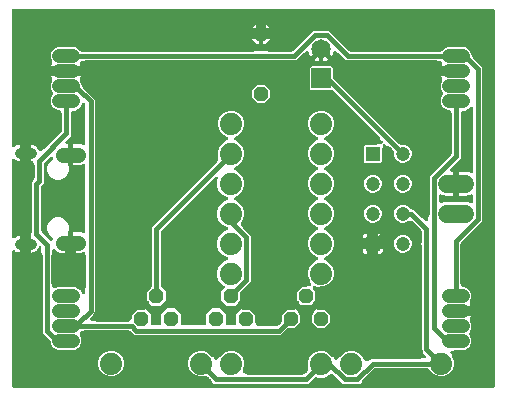
<source format=gbr>
G04 EAGLE Gerber RS-274X export*
G75*
%MOMM*%
%FSLAX34Y34*%
%LPD*%
%INBottom Copper*%
%IPPOS*%
%AMOC8*
5,1,8,0,0,1.08239X$1,22.5*%
G01*
%ADD10R,1.651000X1.651000*%
%ADD11C,1.651000*%
%ADD12P,1.319650X8X112.500000*%
%ADD13C,1.143000*%
%ADD14C,1.275000*%
%ADD15C,0.900000*%
%ADD16C,1.524000*%
%ADD17P,1.319650X8X22.500000*%
%ADD18C,1.879600*%
%ADD19R,1.200000X1.200000*%
%ADD20C,1.200000*%
%ADD21C,0.406400*%

G36*
X6232Y439914D02*
X6232Y439914D01*
X6113Y439907D01*
X6075Y439894D01*
X6034Y439889D01*
X5924Y439846D01*
X5811Y439809D01*
X5776Y439787D01*
X5739Y439772D01*
X5643Y439703D01*
X5542Y439639D01*
X5514Y439609D01*
X5481Y439586D01*
X5405Y439494D01*
X5324Y439407D01*
X5304Y439372D01*
X5279Y439341D01*
X5228Y439233D01*
X5170Y439129D01*
X5160Y439089D01*
X5143Y439053D01*
X5121Y438936D01*
X5091Y438821D01*
X5087Y438761D01*
X5083Y438741D01*
X5085Y438720D01*
X5081Y438660D01*
X5081Y324352D01*
X5098Y324214D01*
X5111Y324076D01*
X5118Y324057D01*
X5121Y324037D01*
X5172Y323907D01*
X5219Y323776D01*
X5230Y323760D01*
X5238Y323741D01*
X5319Y323628D01*
X5397Y323513D01*
X5413Y323500D01*
X5424Y323483D01*
X5532Y323394D01*
X5636Y323303D01*
X5654Y323294D01*
X5669Y323281D01*
X5795Y323221D01*
X5919Y323158D01*
X5939Y323154D01*
X5957Y323145D01*
X6094Y323119D01*
X6229Y323089D01*
X6250Y323089D01*
X6269Y323085D01*
X6408Y323094D01*
X6547Y323098D01*
X6567Y323104D01*
X6587Y323105D01*
X6719Y323148D01*
X6853Y323187D01*
X6870Y323197D01*
X6889Y323203D01*
X7007Y323278D01*
X7127Y323348D01*
X7148Y323367D01*
X7158Y323373D01*
X7172Y323388D01*
X7248Y323455D01*
X7412Y323619D01*
X8565Y324389D01*
X9846Y324920D01*
X10661Y325082D01*
X11346Y325191D01*
X11956Y325191D01*
X11956Y318150D01*
X11956Y311109D01*
X11346Y311109D01*
X10661Y311218D01*
X9846Y311380D01*
X8565Y311911D01*
X7412Y312681D01*
X7248Y312845D01*
X7138Y312930D01*
X7031Y313019D01*
X7012Y313028D01*
X6996Y313040D01*
X6869Y313096D01*
X6743Y313155D01*
X6723Y313159D01*
X6704Y313167D01*
X6567Y313189D01*
X6430Y313215D01*
X6410Y313213D01*
X6390Y313217D01*
X6252Y313204D01*
X6113Y313195D01*
X6094Y313189D01*
X6074Y313187D01*
X5943Y313140D01*
X5811Y313097D01*
X5793Y313086D01*
X5774Y313079D01*
X5659Y313001D01*
X5542Y312927D01*
X5528Y312912D01*
X5511Y312901D01*
X5419Y312796D01*
X5324Y312695D01*
X5314Y312677D01*
X5301Y312662D01*
X5238Y312538D01*
X5170Y312417D01*
X5165Y312397D01*
X5156Y312379D01*
X5126Y312243D01*
X5091Y312109D01*
X5089Y312081D01*
X5086Y312069D01*
X5087Y312048D01*
X5081Y311948D01*
X5081Y246852D01*
X5098Y246714D01*
X5111Y246576D01*
X5118Y246557D01*
X5121Y246537D01*
X5172Y246407D01*
X5219Y246276D01*
X5230Y246260D01*
X5238Y246241D01*
X5319Y246128D01*
X5397Y246013D01*
X5413Y246000D01*
X5424Y245983D01*
X5532Y245894D01*
X5636Y245803D01*
X5654Y245794D01*
X5669Y245781D01*
X5795Y245721D01*
X5919Y245658D01*
X5939Y245654D01*
X5957Y245645D01*
X6094Y245619D01*
X6229Y245589D01*
X6250Y245589D01*
X6269Y245585D01*
X6408Y245594D01*
X6547Y245598D01*
X6567Y245604D01*
X6587Y245605D01*
X6719Y245648D01*
X6853Y245687D01*
X6870Y245697D01*
X6889Y245703D01*
X7007Y245778D01*
X7127Y245848D01*
X7148Y245867D01*
X7158Y245873D01*
X7172Y245888D01*
X7248Y245955D01*
X7412Y246119D01*
X8565Y246889D01*
X9846Y247420D01*
X10661Y247582D01*
X11346Y247691D01*
X11956Y247691D01*
X11956Y240650D01*
X11956Y233609D01*
X11346Y233609D01*
X10661Y233718D01*
X9846Y233880D01*
X8565Y234411D01*
X7412Y235181D01*
X7248Y235345D01*
X7138Y235430D01*
X7031Y235519D01*
X7012Y235528D01*
X6996Y235540D01*
X6869Y235596D01*
X6743Y235655D01*
X6723Y235659D01*
X6704Y235667D01*
X6567Y235689D01*
X6430Y235715D01*
X6410Y235713D01*
X6390Y235717D01*
X6252Y235704D01*
X6113Y235695D01*
X6094Y235689D01*
X6074Y235687D01*
X5943Y235640D01*
X5811Y235597D01*
X5793Y235586D01*
X5774Y235579D01*
X5659Y235501D01*
X5542Y235427D01*
X5528Y235412D01*
X5511Y235401D01*
X5419Y235296D01*
X5324Y235195D01*
X5314Y235177D01*
X5301Y235162D01*
X5238Y235038D01*
X5170Y234917D01*
X5165Y234897D01*
X5156Y234879D01*
X5126Y234743D01*
X5091Y234609D01*
X5089Y234581D01*
X5086Y234569D01*
X5087Y234548D01*
X5081Y234448D01*
X5081Y120650D01*
X5096Y120532D01*
X5103Y120413D01*
X5116Y120375D01*
X5121Y120334D01*
X5164Y120224D01*
X5201Y120111D01*
X5223Y120076D01*
X5238Y120039D01*
X5307Y119943D01*
X5371Y119842D01*
X5401Y119814D01*
X5424Y119781D01*
X5516Y119705D01*
X5603Y119624D01*
X5638Y119604D01*
X5669Y119579D01*
X5777Y119528D01*
X5881Y119470D01*
X5921Y119460D01*
X5957Y119443D01*
X6074Y119421D01*
X6189Y119391D01*
X6249Y119387D01*
X6269Y119383D01*
X6290Y119385D01*
X6350Y119381D01*
X412550Y119381D01*
X412668Y119396D01*
X412787Y119403D01*
X412825Y119416D01*
X412866Y119421D01*
X412976Y119464D01*
X413089Y119501D01*
X413124Y119523D01*
X413161Y119538D01*
X413257Y119607D01*
X413358Y119671D01*
X413386Y119701D01*
X413419Y119724D01*
X413495Y119816D01*
X413576Y119903D01*
X413596Y119938D01*
X413621Y119969D01*
X413672Y120077D01*
X413730Y120181D01*
X413740Y120221D01*
X413757Y120257D01*
X413779Y120374D01*
X413809Y120489D01*
X413813Y120549D01*
X413817Y120569D01*
X413815Y120590D01*
X413819Y120650D01*
X413819Y438660D01*
X413804Y438778D01*
X413797Y438897D01*
X413784Y438935D01*
X413779Y438976D01*
X413736Y439086D01*
X413699Y439199D01*
X413677Y439234D01*
X413662Y439271D01*
X413593Y439367D01*
X413529Y439468D01*
X413499Y439496D01*
X413476Y439529D01*
X413384Y439605D01*
X413297Y439686D01*
X413262Y439706D01*
X413231Y439731D01*
X413123Y439782D01*
X413019Y439840D01*
X412979Y439850D01*
X412943Y439867D01*
X412826Y439889D01*
X412711Y439919D01*
X412651Y439923D01*
X412631Y439927D01*
X412610Y439925D01*
X412550Y439929D01*
X6350Y439929D01*
X6232Y439914D01*
G37*
%LPC*%
G36*
X272358Y396967D02*
X272358Y396967D01*
X270844Y396195D01*
X269228Y395670D01*
X268449Y395547D01*
X268449Y405720D01*
X268434Y405838D01*
X268427Y405957D01*
X268414Y405995D01*
X268409Y406035D01*
X268366Y406146D01*
X268329Y406259D01*
X268307Y406293D01*
X268292Y406331D01*
X268223Y406427D01*
X268159Y406528D01*
X268129Y406556D01*
X268106Y406588D01*
X268014Y406664D01*
X267927Y406746D01*
X267892Y406765D01*
X267861Y406791D01*
X267753Y406842D01*
X267649Y406899D01*
X267609Y406909D01*
X267573Y406927D01*
X267456Y406949D01*
X267341Y406979D01*
X267281Y406983D01*
X267261Y406986D01*
X267240Y406985D01*
X267180Y406989D01*
X266220Y406989D01*
X266102Y406974D01*
X265983Y406967D01*
X265945Y406954D01*
X265904Y406949D01*
X265794Y406905D01*
X265681Y406869D01*
X265646Y406847D01*
X265609Y406832D01*
X265512Y406762D01*
X265412Y406699D01*
X265384Y406669D01*
X265351Y406645D01*
X265275Y406554D01*
X265194Y406467D01*
X265174Y406432D01*
X265149Y406400D01*
X265098Y406293D01*
X265040Y406188D01*
X265030Y406149D01*
X265013Y406113D01*
X264991Y405996D01*
X264961Y405880D01*
X264957Y405820D01*
X264953Y405800D01*
X264955Y405780D01*
X264951Y405720D01*
X264951Y395547D01*
X264172Y395670D01*
X262556Y396195D01*
X261042Y396967D01*
X259667Y397965D01*
X258466Y399167D01*
X257467Y400542D01*
X256695Y402056D01*
X256262Y403389D01*
X256220Y403479D01*
X256186Y403572D01*
X256152Y403622D01*
X256127Y403677D01*
X256064Y403753D01*
X256008Y403835D01*
X255962Y403875D01*
X255924Y403922D01*
X255844Y403980D01*
X255769Y404046D01*
X255716Y404073D01*
X255667Y404109D01*
X255574Y404145D01*
X255486Y404190D01*
X255427Y404204D01*
X255371Y404226D01*
X255272Y404238D01*
X255176Y404260D01*
X255115Y404258D01*
X255056Y404266D01*
X254957Y404253D01*
X254858Y404250D01*
X254800Y404234D01*
X254740Y404226D01*
X254648Y404190D01*
X254552Y404162D01*
X254500Y404131D01*
X254444Y404109D01*
X254364Y404051D01*
X254278Y404000D01*
X254204Y403935D01*
X254187Y403923D01*
X254179Y403913D01*
X254158Y403894D01*
X253122Y402859D01*
X253071Y402857D01*
X252884Y402824D01*
X252696Y402800D01*
X252591Y402772D01*
X252484Y402753D01*
X252303Y402695D01*
X252120Y402646D01*
X252020Y402605D01*
X251917Y402572D01*
X251745Y402490D01*
X251570Y402417D01*
X251476Y402362D01*
X251378Y402316D01*
X251220Y402212D01*
X251056Y402117D01*
X250992Y402064D01*
X250879Y401990D01*
X250428Y401601D01*
X250417Y401589D01*
X250408Y401581D01*
X245861Y397035D01*
X244554Y396493D01*
X68342Y396493D01*
X68153Y396481D01*
X67963Y396477D01*
X67856Y396461D01*
X67747Y396453D01*
X67562Y396415D01*
X67374Y396387D01*
X67270Y396356D01*
X67163Y396334D01*
X66984Y396272D01*
X66803Y396218D01*
X66703Y396174D01*
X66601Y396138D01*
X66431Y396052D01*
X66259Y395975D01*
X66166Y395918D01*
X66069Y395868D01*
X65913Y395760D01*
X65752Y395661D01*
X65668Y395592D01*
X65579Y395530D01*
X65521Y395477D01*
X64143Y395477D01*
X64045Y395465D01*
X63946Y395462D01*
X63888Y395445D01*
X63828Y395437D01*
X63736Y395401D01*
X63641Y395373D01*
X63588Y395343D01*
X63532Y395320D01*
X63452Y395262D01*
X63367Y395212D01*
X63291Y395146D01*
X63275Y395134D01*
X63267Y395124D01*
X63246Y395106D01*
X62738Y394598D01*
X62665Y394503D01*
X62586Y394414D01*
X62568Y394378D01*
X62543Y394346D01*
X62496Y394237D01*
X62442Y394131D01*
X62433Y394092D01*
X62417Y394054D01*
X62398Y393937D01*
X62372Y393821D01*
X62373Y393780D01*
X62367Y393740D01*
X62378Y393622D01*
X62382Y393503D01*
X62393Y393464D01*
X62397Y393424D01*
X62437Y393311D01*
X62470Y393197D01*
X62490Y393163D01*
X62504Y393124D01*
X62571Y393026D01*
X62631Y392923D01*
X62671Y392878D01*
X62683Y392861D01*
X62698Y392848D01*
X62738Y392803D01*
X62928Y392613D01*
X63474Y391794D01*
X50800Y391794D01*
X38126Y391794D01*
X38338Y392113D01*
X38344Y392120D01*
X38351Y392132D01*
X38672Y392613D01*
X38862Y392803D01*
X38935Y392897D01*
X39014Y392986D01*
X39032Y393022D01*
X39057Y393054D01*
X39104Y393163D01*
X39158Y393269D01*
X39167Y393308D01*
X39183Y393346D01*
X39202Y393463D01*
X39228Y393579D01*
X39227Y393620D01*
X39233Y393660D01*
X39222Y393778D01*
X39218Y393897D01*
X39207Y393936D01*
X39203Y393976D01*
X39163Y394088D01*
X39130Y394203D01*
X39110Y394238D01*
X39107Y394245D01*
X39108Y394289D01*
X39116Y394347D01*
X39115Y394586D01*
X39121Y394826D01*
X39115Y394884D01*
X39114Y394943D01*
X39082Y395180D01*
X39056Y395418D01*
X39041Y395475D01*
X39033Y395534D01*
X38999Y395646D01*
X38912Y395996D01*
X38822Y396223D01*
X38787Y396337D01*
X37845Y398610D01*
X37845Y401490D01*
X38947Y404151D01*
X40984Y406188D01*
X43645Y407290D01*
X57955Y407290D01*
X60616Y406188D01*
X61895Y404908D01*
X61994Y404822D01*
X62087Y404728D01*
X62218Y404626D01*
X62344Y404516D01*
X62454Y404444D01*
X62558Y404363D01*
X62702Y404279D01*
X62841Y404188D01*
X62959Y404130D01*
X63074Y404064D01*
X63228Y404001D01*
X63378Y403928D01*
X63503Y403888D01*
X63625Y403837D01*
X63785Y403795D01*
X63944Y403743D01*
X64074Y403720D01*
X64201Y403686D01*
X64314Y403675D01*
X64530Y403636D01*
X64932Y403617D01*
X65038Y403607D01*
X208450Y403607D01*
X208494Y403610D01*
X208538Y403608D01*
X208791Y403630D01*
X209044Y403647D01*
X209087Y403655D01*
X209131Y403659D01*
X209379Y403715D01*
X209628Y403766D01*
X209670Y403780D01*
X209713Y403790D01*
X209951Y403878D01*
X210191Y403962D01*
X210230Y403982D01*
X210271Y403997D01*
X210495Y404117D01*
X210722Y404232D01*
X210759Y404257D01*
X210797Y404277D01*
X211003Y404426D01*
X211213Y404570D01*
X211245Y404600D01*
X211277Y404623D01*
X220535Y404623D01*
X220601Y404572D01*
X220798Y404413D01*
X220836Y404390D01*
X220870Y404363D01*
X221091Y404235D01*
X221308Y404104D01*
X221348Y404086D01*
X221386Y404064D01*
X221621Y403967D01*
X221854Y403866D01*
X221897Y403854D01*
X221937Y403837D01*
X222182Y403773D01*
X222428Y403704D01*
X222471Y403697D01*
X222514Y403686D01*
X222619Y403676D01*
X223018Y403619D01*
X223237Y403617D01*
X223350Y403607D01*
X240533Y403607D01*
X240664Y403616D01*
X240796Y403615D01*
X240961Y403636D01*
X241127Y403647D01*
X241256Y403673D01*
X241387Y403690D01*
X241548Y403733D01*
X241711Y403766D01*
X241836Y403809D01*
X241963Y403843D01*
X242117Y403907D01*
X242274Y403962D01*
X242391Y404022D01*
X242513Y404072D01*
X242657Y404156D01*
X242805Y404232D01*
X242914Y404307D01*
X243027Y404373D01*
X243115Y404446D01*
X243296Y404570D01*
X243593Y404841D01*
X243675Y404908D01*
X259793Y421026D01*
X261100Y421568D01*
X272300Y421568D01*
X273607Y421026D01*
X289725Y404908D01*
X289824Y404822D01*
X289917Y404728D01*
X290048Y404626D01*
X290174Y404516D01*
X290284Y404444D01*
X290388Y404363D01*
X290532Y404279D01*
X290671Y404188D01*
X290789Y404130D01*
X290903Y404064D01*
X291057Y404001D01*
X291207Y403928D01*
X291333Y403887D01*
X291454Y403837D01*
X291615Y403795D01*
X291774Y403743D01*
X291903Y403720D01*
X292031Y403686D01*
X292144Y403675D01*
X292360Y403636D01*
X292762Y403617D01*
X292867Y403607D01*
X366762Y403607D01*
X366894Y403616D01*
X367026Y403615D01*
X367191Y403636D01*
X367357Y403647D01*
X367486Y403673D01*
X367617Y403690D01*
X367778Y403733D01*
X367941Y403766D01*
X368065Y403809D01*
X368193Y403843D01*
X368346Y403907D01*
X368504Y403962D01*
X368621Y404022D01*
X368743Y404072D01*
X368887Y404156D01*
X369035Y404232D01*
X369143Y404307D01*
X369257Y404373D01*
X369345Y404446D01*
X369525Y404570D01*
X369823Y404841D01*
X369905Y404908D01*
X371184Y406188D01*
X373845Y407290D01*
X388155Y407290D01*
X390816Y406188D01*
X392853Y404151D01*
X393963Y401469D01*
X393963Y401362D01*
X393984Y401197D01*
X393995Y401031D01*
X394021Y400902D01*
X394038Y400771D01*
X394081Y400610D01*
X394114Y400447D01*
X394157Y400322D01*
X394191Y400195D01*
X394255Y400041D01*
X394310Y399884D01*
X394370Y399767D01*
X394420Y399645D01*
X394504Y399502D01*
X394580Y399353D01*
X394655Y399244D01*
X394721Y399131D01*
X394793Y399043D01*
X394918Y398862D01*
X395189Y398565D01*
X395256Y398483D01*
X401186Y392554D01*
X402811Y390928D01*
X403353Y389621D01*
X403353Y261363D01*
X402811Y260056D01*
X385858Y243103D01*
X385772Y243004D01*
X385678Y242911D01*
X385576Y242780D01*
X385466Y242654D01*
X385394Y242544D01*
X385313Y242440D01*
X385229Y242296D01*
X385138Y242157D01*
X385080Y242039D01*
X385014Y241925D01*
X384951Y241771D01*
X384878Y241621D01*
X384837Y241495D01*
X384787Y241374D01*
X384745Y241213D01*
X384693Y241054D01*
X384670Y240925D01*
X384636Y240797D01*
X384625Y240684D01*
X384586Y240468D01*
X384567Y240066D01*
X384557Y239961D01*
X384557Y208534D01*
X384563Y208446D01*
X384560Y208358D01*
X384583Y208149D01*
X384597Y207939D01*
X384614Y207853D01*
X384624Y207766D01*
X384674Y207562D01*
X384716Y207355D01*
X384745Y207272D01*
X384766Y207187D01*
X384843Y206991D01*
X384912Y206793D01*
X384952Y206714D01*
X384984Y206633D01*
X385086Y206449D01*
X385182Y206261D01*
X385232Y206189D01*
X385274Y206112D01*
X385401Y205944D01*
X385520Y205771D01*
X385579Y205706D01*
X385632Y205635D01*
X385780Y205485D01*
X385921Y205330D01*
X385988Y205273D01*
X386050Y205211D01*
X386216Y205082D01*
X386377Y204947D01*
X386452Y204900D01*
X386521Y204846D01*
X386703Y204741D01*
X386881Y204628D01*
X386961Y204591D01*
X387037Y204547D01*
X387231Y204467D01*
X387423Y204379D01*
X387507Y204354D01*
X387588Y204320D01*
X387616Y204313D01*
X390816Y202988D01*
X392853Y200951D01*
X393955Y198290D01*
X393955Y195410D01*
X393013Y193137D01*
X392994Y193081D01*
X392970Y193028D01*
X392899Y192799D01*
X392823Y192572D01*
X392811Y192515D01*
X392794Y192458D01*
X392755Y192222D01*
X392709Y191987D01*
X392706Y191929D01*
X392696Y191870D01*
X392689Y191631D01*
X392675Y191392D01*
X392680Y191334D01*
X392678Y191275D01*
X392701Y191050D01*
X392696Y191037D01*
X392641Y190931D01*
X392633Y190891D01*
X392617Y190854D01*
X392598Y190737D01*
X392572Y190621D01*
X392573Y190580D01*
X392567Y190540D01*
X392578Y190421D01*
X392582Y190303D01*
X392593Y190264D01*
X392597Y190224D01*
X392637Y190111D01*
X392670Y189997D01*
X392690Y189962D01*
X392704Y189924D01*
X392771Y189826D01*
X392832Y189723D01*
X392871Y189678D01*
X392883Y189661D01*
X392898Y189648D01*
X392938Y189602D01*
X393128Y189413D01*
X393674Y188594D01*
X381000Y188594D01*
X380913Y188588D01*
X380825Y188591D01*
X380615Y188569D01*
X380406Y188554D01*
X380320Y188537D01*
X380232Y188528D01*
X380028Y188477D01*
X379822Y188435D01*
X379739Y188406D01*
X379653Y188385D01*
X379458Y188308D01*
X379259Y188239D01*
X379181Y188199D01*
X379099Y188167D01*
X378915Y188065D01*
X378728Y187969D01*
X378655Y187919D01*
X378579Y187877D01*
X378410Y187750D01*
X378237Y187631D01*
X378172Y187572D01*
X378102Y187519D01*
X377952Y187371D01*
X377796Y187230D01*
X377740Y187163D01*
X377677Y187101D01*
X377548Y186935D01*
X377413Y186774D01*
X377366Y186699D01*
X377312Y186630D01*
X377207Y186448D01*
X377094Y186270D01*
X377058Y186190D01*
X377014Y186114D01*
X376934Y185920D01*
X376846Y185728D01*
X376820Y185644D01*
X376787Y185563D01*
X376733Y185360D01*
X376672Y185158D01*
X376658Y185072D01*
X376636Y184987D01*
X376624Y184863D01*
X376576Y184570D01*
X376568Y184274D01*
X376556Y184150D01*
X376562Y184062D01*
X376560Y183975D01*
X376560Y183974D01*
X376582Y183765D01*
X376596Y183555D01*
X376614Y183469D01*
X376623Y183382D01*
X376673Y183177D01*
X376715Y182971D01*
X376744Y182888D01*
X376765Y182803D01*
X376842Y182607D01*
X376911Y182409D01*
X376951Y182330D01*
X376983Y182248D01*
X377086Y182065D01*
X377181Y181877D01*
X377231Y181805D01*
X377274Y181728D01*
X377400Y181560D01*
X377519Y181387D01*
X377578Y181322D01*
X377631Y181251D01*
X377779Y181101D01*
X377920Y180946D01*
X377988Y180889D01*
X378049Y180827D01*
X378216Y180698D01*
X378377Y180563D01*
X378451Y180516D01*
X378521Y180462D01*
X378702Y180356D01*
X378880Y180244D01*
X378960Y180207D01*
X379036Y180163D01*
X379231Y180083D01*
X379422Y179995D01*
X379506Y179970D01*
X379587Y179936D01*
X379791Y179883D01*
X379992Y179821D01*
X380079Y179807D01*
X380164Y179785D01*
X380287Y179773D01*
X380580Y179725D01*
X380877Y179717D01*
X381000Y179706D01*
X393674Y179706D01*
X393462Y179387D01*
X393456Y179380D01*
X393449Y179368D01*
X393128Y178887D01*
X392938Y178698D01*
X392865Y178603D01*
X392786Y178514D01*
X392768Y178478D01*
X392743Y178446D01*
X392696Y178337D01*
X392642Y178231D01*
X392633Y178192D01*
X392617Y178154D01*
X392598Y178037D01*
X392572Y177921D01*
X392573Y177880D01*
X392567Y177840D01*
X392578Y177722D01*
X392582Y177603D01*
X392593Y177564D01*
X392597Y177524D01*
X392637Y177412D01*
X392670Y177297D01*
X392690Y177263D01*
X392693Y177255D01*
X392692Y177211D01*
X392684Y177153D01*
X392685Y176914D01*
X392679Y176674D01*
X392685Y176616D01*
X392686Y176557D01*
X392718Y176320D01*
X392744Y176082D01*
X392759Y176025D01*
X392767Y175966D01*
X392801Y175854D01*
X392888Y175504D01*
X392978Y175277D01*
X393013Y175163D01*
X393955Y172890D01*
X393955Y170010D01*
X392625Y166801D01*
X392583Y166676D01*
X392532Y166555D01*
X392488Y166394D01*
X392435Y166236D01*
X392410Y166107D01*
X392375Y165980D01*
X392353Y165814D01*
X392321Y165651D01*
X392314Y165520D01*
X392297Y165389D01*
X392297Y165222D01*
X392287Y165056D01*
X392297Y164925D01*
X392298Y164793D01*
X392320Y164628D01*
X392333Y164462D01*
X392361Y164333D01*
X392379Y164203D01*
X392412Y164094D01*
X392458Y163879D01*
X392594Y163500D01*
X392625Y163399D01*
X393955Y160190D01*
X393955Y157310D01*
X392853Y154649D01*
X390816Y152612D01*
X388155Y151510D01*
X381882Y151510D01*
X381816Y151506D01*
X381750Y151508D01*
X381519Y151486D01*
X381287Y151470D01*
X381223Y151457D01*
X381157Y151451D01*
X380931Y151398D01*
X380704Y151351D01*
X380641Y151329D01*
X380577Y151314D01*
X380360Y151231D01*
X380141Y151155D01*
X380082Y151125D01*
X380020Y151102D01*
X379817Y150991D01*
X379609Y150885D01*
X379555Y150848D01*
X379497Y150816D01*
X379310Y150679D01*
X379119Y150547D01*
X379070Y150503D01*
X379059Y150494D01*
X377454Y150494D01*
X377316Y150477D01*
X377178Y150464D01*
X377158Y150457D01*
X377138Y150454D01*
X377009Y150403D01*
X376878Y150356D01*
X376861Y150345D01*
X376843Y150337D01*
X376730Y150256D01*
X376615Y150178D01*
X376602Y150162D01*
X376585Y150151D01*
X376497Y150043D01*
X376405Y149939D01*
X376395Y149921D01*
X376383Y149906D01*
X376323Y149780D01*
X376260Y149656D01*
X376256Y149636D01*
X376247Y149618D01*
X376221Y149481D01*
X376190Y149346D01*
X376191Y149325D01*
X376187Y149306D01*
X376196Y149167D01*
X376200Y149028D01*
X376206Y149008D01*
X376207Y148988D01*
X376250Y148856D01*
X376288Y148722D01*
X376299Y148705D01*
X376305Y148686D01*
X376380Y148568D01*
X376450Y148448D01*
X376469Y148427D01*
X376475Y148417D01*
X376490Y148403D01*
X376556Y148328D01*
X377456Y147428D01*
X377456Y147420D01*
X377447Y147355D01*
X377448Y147123D01*
X377441Y146890D01*
X377448Y146825D01*
X377448Y146759D01*
X377480Y146529D01*
X377505Y146298D01*
X377520Y146234D01*
X377529Y146169D01*
X377565Y146054D01*
X377647Y145719D01*
X377740Y145481D01*
X377776Y145365D01*
X379223Y141873D01*
X379223Y137527D01*
X377560Y133513D01*
X374487Y130440D01*
X370473Y128777D01*
X366127Y128777D01*
X362113Y130440D01*
X359028Y133525D01*
X358998Y133600D01*
X358906Y133765D01*
X358823Y133934D01*
X358761Y134025D01*
X358708Y134121D01*
X358594Y134272D01*
X358489Y134428D01*
X358416Y134509D01*
X358350Y134598D01*
X358218Y134732D01*
X358092Y134872D01*
X358009Y134944D01*
X357932Y135022D01*
X357783Y135138D01*
X357640Y135260D01*
X357548Y135320D01*
X357461Y135387D01*
X357298Y135482D01*
X357140Y135584D01*
X357040Y135631D01*
X356945Y135686D01*
X356771Y135757D01*
X356600Y135838D01*
X356495Y135871D01*
X356394Y135913D01*
X356212Y135960D01*
X356032Y136017D01*
X355924Y136036D01*
X355818Y136064D01*
X355697Y136075D01*
X355445Y136119D01*
X355101Y136132D01*
X354981Y136143D01*
X313734Y136143D01*
X313602Y136134D01*
X313471Y136135D01*
X313305Y136114D01*
X313139Y136103D01*
X313010Y136077D01*
X312879Y136060D01*
X312719Y136017D01*
X312555Y135984D01*
X312431Y135941D01*
X312304Y135907D01*
X312150Y135843D01*
X311993Y135788D01*
X311875Y135728D01*
X311754Y135678D01*
X311610Y135594D01*
X311461Y135518D01*
X311353Y135443D01*
X311239Y135377D01*
X311151Y135304D01*
X310971Y135180D01*
X310673Y134909D01*
X310591Y134842D01*
X302717Y126968D01*
X302688Y126934D01*
X302656Y126905D01*
X302492Y126710D01*
X302325Y126519D01*
X302301Y126482D01*
X302273Y126448D01*
X302137Y126234D01*
X301996Y126022D01*
X301977Y125982D01*
X301954Y125945D01*
X301848Y125714D01*
X301737Y125485D01*
X301724Y125443D01*
X301705Y125403D01*
X301631Y125160D01*
X301552Y124919D01*
X301544Y124875D01*
X301531Y124833D01*
X301491Y124583D01*
X301445Y124332D01*
X301443Y124288D01*
X301436Y124250D01*
X299360Y122173D01*
X284840Y122173D01*
X276346Y130667D01*
X276252Y130740D01*
X276163Y130819D01*
X276127Y130837D01*
X276095Y130862D01*
X275986Y130910D01*
X275880Y130964D01*
X275840Y130972D01*
X275803Y130989D01*
X275685Y131007D01*
X275569Y131033D01*
X275529Y131032D01*
X275489Y131038D01*
X275370Y131027D01*
X275251Y131024D01*
X275213Y131012D01*
X275172Y131009D01*
X275060Y130968D01*
X274946Y130935D01*
X274911Y130915D01*
X274873Y130901D01*
X274775Y130834D01*
X274672Y130774D01*
X274627Y130734D01*
X274610Y130722D01*
X274596Y130707D01*
X274551Y130667D01*
X273463Y129579D01*
X269075Y127761D01*
X264325Y127761D01*
X262919Y128344D01*
X262890Y128352D01*
X262864Y128365D01*
X262737Y128394D01*
X262612Y128428D01*
X262582Y128428D01*
X262554Y128435D01*
X262424Y128431D01*
X262294Y128433D01*
X262265Y128426D01*
X262236Y128425D01*
X262111Y128389D01*
X261985Y128359D01*
X261959Y128345D01*
X261930Y128337D01*
X261819Y128271D01*
X261704Y128210D01*
X261682Y128190D01*
X261656Y128175D01*
X261536Y128069D01*
X258690Y125224D01*
X255640Y122173D01*
X176160Y122173D01*
X174075Y124258D01*
X174064Y124340D01*
X174037Y124593D01*
X174027Y124636D01*
X174021Y124679D01*
X173956Y124925D01*
X173895Y125172D01*
X173879Y125213D01*
X173868Y125255D01*
X173770Y125490D01*
X173677Y125726D01*
X173656Y125765D01*
X173639Y125805D01*
X173510Y126025D01*
X173386Y126247D01*
X173360Y126282D01*
X173338Y126320D01*
X173270Y126402D01*
X173029Y126723D01*
X172875Y126880D01*
X172802Y126968D01*
X172003Y127767D01*
X171920Y127839D01*
X171844Y127918D01*
X171696Y128035D01*
X171554Y128159D01*
X171463Y128220D01*
X171376Y128288D01*
X171214Y128384D01*
X171057Y128488D01*
X170958Y128536D01*
X170864Y128592D01*
X170690Y128665D01*
X170520Y128747D01*
X170416Y128781D01*
X170315Y128824D01*
X170133Y128874D01*
X169954Y128932D01*
X169846Y128952D01*
X169740Y128981D01*
X169553Y129006D01*
X169368Y129040D01*
X169258Y129045D01*
X169149Y129059D01*
X168961Y129059D01*
X168773Y129068D01*
X168663Y129058D01*
X168553Y129058D01*
X168367Y129033D01*
X168179Y129016D01*
X168072Y128992D01*
X167963Y128977D01*
X167847Y128942D01*
X167597Y128886D01*
X167306Y128777D01*
X162927Y128777D01*
X158913Y130440D01*
X155840Y133513D01*
X154177Y137527D01*
X154177Y141873D01*
X155840Y145887D01*
X158913Y148960D01*
X162927Y150623D01*
X167273Y150623D01*
X171287Y148960D01*
X174657Y145590D01*
X174724Y145532D01*
X174784Y145468D01*
X174948Y145336D01*
X175106Y145197D01*
X175179Y145149D01*
X175248Y145094D01*
X175428Y144985D01*
X175603Y144869D01*
X175682Y144831D01*
X175758Y144785D01*
X175950Y144701D01*
X175951Y144701D01*
X176627Y143068D01*
X176696Y142947D01*
X176761Y142824D01*
X176775Y142809D01*
X176785Y142792D01*
X176882Y142692D01*
X176975Y142589D01*
X176992Y142578D01*
X177006Y142563D01*
X177124Y142491D01*
X177241Y142414D01*
X177260Y142408D01*
X177277Y142397D01*
X177410Y142356D01*
X177542Y142311D01*
X177562Y142309D01*
X177581Y142303D01*
X177720Y142297D01*
X177859Y142286D01*
X177879Y142289D01*
X177899Y142288D01*
X178035Y142316D01*
X178172Y142340D01*
X178191Y142348D01*
X178210Y142352D01*
X178335Y142414D01*
X178462Y142471D01*
X178478Y142483D01*
X178496Y142492D01*
X178602Y142583D01*
X178710Y142669D01*
X178723Y142685D01*
X178738Y142699D01*
X178818Y142812D01*
X178902Y142923D01*
X178914Y142949D01*
X178921Y142959D01*
X178928Y142978D01*
X178973Y143068D01*
X179645Y144691D01*
X179699Y144720D01*
X179780Y144754D01*
X179962Y144860D01*
X180148Y144959D01*
X180219Y145010D01*
X180295Y145054D01*
X180391Y145133D01*
X180631Y145307D01*
X180847Y145511D01*
X180943Y145590D01*
X184313Y148960D01*
X188327Y150623D01*
X192673Y150623D01*
X196687Y148960D01*
X199760Y145887D01*
X201423Y141873D01*
X201423Y137527D01*
X200976Y136448D01*
X200954Y136385D01*
X200927Y136325D01*
X200859Y136103D01*
X200785Y135883D01*
X200772Y135818D01*
X200753Y135755D01*
X200716Y135526D01*
X200672Y135298D01*
X200668Y135232D01*
X200657Y135167D01*
X200651Y134935D01*
X200637Y134703D01*
X200643Y134637D01*
X200641Y134571D01*
X200665Y134341D01*
X200683Y134109D01*
X200697Y134044D01*
X200704Y133979D01*
X200759Y133753D01*
X200808Y133526D01*
X200831Y133464D01*
X200834Y133451D01*
X200678Y133074D01*
X200665Y133026D01*
X200643Y132981D01*
X200623Y132873D01*
X200594Y132767D01*
X200593Y132717D01*
X200584Y132668D01*
X200590Y132559D01*
X200589Y132449D01*
X200600Y132401D01*
X200603Y132351D01*
X200637Y132247D01*
X200663Y132140D01*
X200686Y132096D01*
X200701Y132049D01*
X200760Y131956D01*
X200812Y131859D01*
X200845Y131822D01*
X200872Y131780D01*
X200952Y131705D01*
X201026Y131623D01*
X201067Y131596D01*
X201103Y131562D01*
X201199Y131509D01*
X201291Y131449D01*
X201338Y131432D01*
X201382Y131408D01*
X201488Y131381D01*
X201592Y131345D01*
X201642Y131341D01*
X201690Y131329D01*
X201850Y131319D01*
X202266Y131319D01*
X202314Y131282D01*
X202493Y131134D01*
X202550Y131099D01*
X202602Y131059D01*
X202803Y130943D01*
X203000Y130820D01*
X203060Y130793D01*
X203117Y130760D01*
X203332Y130672D01*
X203544Y130577D01*
X203608Y130558D01*
X203668Y130533D01*
X203893Y130475D01*
X204116Y130409D01*
X204181Y130399D01*
X204245Y130382D01*
X204365Y130371D01*
X204705Y130319D01*
X204961Y130314D01*
X205081Y130303D01*
X250432Y130303D01*
X250563Y130312D01*
X250695Y130311D01*
X250860Y130332D01*
X251026Y130343D01*
X251156Y130369D01*
X251286Y130386D01*
X251447Y130429D01*
X251610Y130462D01*
X251735Y130505D01*
X251862Y130539D01*
X252016Y130603D01*
X252173Y130658D01*
X252291Y130718D01*
X252412Y130768D01*
X252556Y130852D01*
X252704Y130928D01*
X252813Y131003D01*
X252927Y131069D01*
X253014Y131141D01*
X253195Y131266D01*
X253493Y131537D01*
X253574Y131604D01*
X254767Y132797D01*
X254839Y132880D01*
X254918Y132956D01*
X255035Y133104D01*
X255159Y133246D01*
X255220Y133337D01*
X255288Y133424D01*
X255384Y133586D01*
X255488Y133743D01*
X255536Y133842D01*
X255592Y133936D01*
X255665Y134110D01*
X255747Y134279D01*
X255781Y134384D01*
X255824Y134485D01*
X255874Y134667D01*
X255932Y134846D01*
X255952Y134954D01*
X255981Y135060D01*
X256006Y135246D01*
X256040Y135432D01*
X256045Y135542D01*
X256059Y135651D01*
X256059Y135839D01*
X256068Y136027D01*
X256058Y136137D01*
X256058Y136247D01*
X256033Y136434D01*
X256016Y136621D01*
X255992Y136728D01*
X255977Y136837D01*
X255942Y136953D01*
X255886Y137202D01*
X255777Y137494D01*
X255777Y141873D01*
X257440Y145887D01*
X260513Y148960D01*
X264527Y150623D01*
X268873Y150623D01*
X272887Y148960D01*
X276257Y145590D01*
X276324Y145532D01*
X276384Y145468D01*
X276548Y145336D01*
X276706Y145197D01*
X276779Y145149D01*
X276848Y145094D01*
X277028Y144985D01*
X277203Y144869D01*
X277282Y144831D01*
X277358Y144785D01*
X277550Y144701D01*
X277551Y144701D01*
X278227Y143068D01*
X278296Y142947D01*
X278361Y142824D01*
X278375Y142809D01*
X278385Y142792D01*
X278482Y142692D01*
X278575Y142589D01*
X278592Y142578D01*
X278606Y142563D01*
X278724Y142491D01*
X278841Y142414D01*
X278860Y142408D01*
X278877Y142397D01*
X279010Y142356D01*
X279142Y142311D01*
X279162Y142309D01*
X279181Y142303D01*
X279320Y142297D01*
X279459Y142286D01*
X279479Y142289D01*
X279499Y142288D01*
X279635Y142316D01*
X279772Y142340D01*
X279791Y142348D01*
X279810Y142353D01*
X279935Y142414D01*
X280062Y142471D01*
X280078Y142483D01*
X280096Y142492D01*
X280202Y142583D01*
X280310Y142669D01*
X280323Y142685D01*
X280338Y142699D01*
X280418Y142812D01*
X280502Y142923D01*
X280514Y142949D01*
X280521Y142959D01*
X280528Y142978D01*
X280573Y143068D01*
X281245Y144691D01*
X281299Y144720D01*
X281380Y144754D01*
X281562Y144860D01*
X281748Y144959D01*
X281819Y145010D01*
X281895Y145054D01*
X281991Y145133D01*
X282231Y145307D01*
X282447Y145511D01*
X282543Y145590D01*
X285913Y148960D01*
X289927Y150623D01*
X294273Y150623D01*
X298287Y148960D01*
X301360Y145887D01*
X301812Y144795D01*
X301851Y144716D01*
X301883Y144634D01*
X301983Y144450D01*
X302077Y144261D01*
X302126Y144188D01*
X302168Y144111D01*
X302293Y143941D01*
X302410Y143767D01*
X302469Y143702D01*
X302521Y143631D01*
X302667Y143479D01*
X302807Y143322D01*
X302874Y143265D01*
X302935Y143202D01*
X303100Y143071D01*
X303259Y142934D01*
X303333Y142887D01*
X303402Y142832D01*
X303584Y142725D01*
X303760Y142611D01*
X303831Y142577D01*
X303982Y142211D01*
X304007Y142168D01*
X304024Y142121D01*
X304085Y142030D01*
X304140Y141935D01*
X304174Y141899D01*
X304202Y141858D01*
X304285Y141785D01*
X304361Y141707D01*
X304403Y141681D01*
X304441Y141648D01*
X304539Y141598D01*
X304632Y141540D01*
X304680Y141526D01*
X304724Y141503D01*
X304831Y141479D01*
X304936Y141447D01*
X304986Y141444D01*
X305034Y141433D01*
X305144Y141437D01*
X305254Y141432D01*
X305302Y141442D01*
X305352Y141443D01*
X305458Y141474D01*
X305565Y141496D01*
X305610Y141518D01*
X305658Y141531D01*
X305752Y141587D01*
X305851Y141636D01*
X305889Y141668D01*
X305932Y141693D01*
X306052Y141799D01*
X306329Y142076D01*
X306433Y142091D01*
X306643Y142111D01*
X306729Y142131D01*
X306816Y142143D01*
X306934Y142179D01*
X307223Y142247D01*
X307500Y142353D01*
X307619Y142390D01*
X309712Y143257D01*
X348984Y143257D01*
X349028Y143260D01*
X349072Y143258D01*
X349326Y143280D01*
X349579Y143297D01*
X349622Y143306D01*
X349666Y143309D01*
X349914Y143365D01*
X350162Y143416D01*
X350204Y143430D01*
X350247Y143440D01*
X350485Y143528D01*
X350725Y143612D01*
X350764Y143632D01*
X350806Y143647D01*
X351030Y143767D01*
X351257Y143882D01*
X351293Y143907D01*
X351332Y143928D01*
X351538Y144076D01*
X351747Y144220D01*
X351780Y144250D01*
X351812Y144273D01*
X354196Y144273D01*
X354334Y144290D01*
X354473Y144303D01*
X354492Y144310D01*
X354512Y144313D01*
X354641Y144364D01*
X354772Y144411D01*
X354789Y144422D01*
X354807Y144430D01*
X354920Y144511D01*
X355035Y144589D01*
X355048Y144605D01*
X355065Y144616D01*
X355154Y144724D01*
X355245Y144828D01*
X355255Y144846D01*
X355268Y144861D01*
X355327Y144987D01*
X355390Y145111D01*
X355395Y145131D01*
X355403Y145149D01*
X355429Y145286D01*
X355460Y145421D01*
X355459Y145442D01*
X355463Y145461D01*
X355454Y145600D01*
X355450Y145739D01*
X355444Y145759D01*
X355443Y145779D01*
X355400Y145911D01*
X355362Y146045D01*
X355351Y146062D01*
X355345Y146081D01*
X355271Y146199D01*
X355200Y146319D01*
X355182Y146340D01*
X355175Y146350D01*
X355160Y146364D01*
X355094Y146439D01*
X354078Y147455D01*
X354078Y147456D01*
X353399Y148134D01*
X353388Y148217D01*
X353361Y148469D01*
X353351Y148512D01*
X353345Y148556D01*
X353280Y148801D01*
X353219Y149048D01*
X353203Y149089D01*
X353192Y149132D01*
X353094Y149367D01*
X353001Y149602D01*
X352979Y149641D01*
X352962Y149682D01*
X352834Y149901D01*
X352710Y150123D01*
X352684Y150158D01*
X352667Y150188D01*
X352043Y151693D01*
X352043Y238419D01*
X352042Y238441D01*
X352043Y238463D01*
X352022Y238738D01*
X352003Y239014D01*
X351999Y239035D01*
X351997Y239057D01*
X351940Y239326D01*
X351884Y239598D01*
X351877Y239619D01*
X351872Y239640D01*
X351779Y239900D01*
X351688Y240161D01*
X351678Y240180D01*
X351671Y240201D01*
X351543Y240446D01*
X351418Y240692D01*
X351406Y240710D01*
X351396Y240730D01*
X351238Y240954D01*
X351098Y241156D01*
X351262Y241365D01*
X351274Y241384D01*
X351287Y241401D01*
X351426Y241640D01*
X351566Y241877D01*
X351575Y241897D01*
X351586Y241917D01*
X351690Y242170D01*
X351798Y242426D01*
X351804Y242447D01*
X351813Y242468D01*
X351883Y242734D01*
X351955Y243001D01*
X351958Y243023D01*
X351964Y243044D01*
X351971Y243117D01*
X352034Y243592D01*
X352033Y243778D01*
X352043Y243881D01*
X352043Y250686D01*
X352034Y250817D01*
X352035Y250949D01*
X352014Y251114D01*
X352003Y251280D01*
X351977Y251410D01*
X351960Y251540D01*
X351917Y251701D01*
X351884Y251864D01*
X351841Y251989D01*
X351807Y252116D01*
X351743Y252270D01*
X351688Y252427D01*
X351628Y252544D01*
X351578Y252666D01*
X351494Y252810D01*
X351418Y252958D01*
X351343Y253067D01*
X351277Y253181D01*
X351204Y253268D01*
X351080Y253449D01*
X350809Y253747D01*
X350742Y253828D01*
X345221Y259349D01*
X345139Y259421D01*
X345062Y259500D01*
X344915Y259617D01*
X344773Y259741D01*
X344681Y259801D01*
X344595Y259869D01*
X344433Y259966D01*
X344276Y260069D01*
X344177Y260117D01*
X344082Y260173D01*
X343909Y260247D01*
X343739Y260329D01*
X343634Y260363D01*
X343533Y260405D01*
X343352Y260455D01*
X343172Y260514D01*
X343065Y260533D01*
X342958Y260562D01*
X342772Y260587D01*
X342586Y260621D01*
X342477Y260626D01*
X342368Y260641D01*
X342179Y260640D01*
X341991Y260649D01*
X341882Y260640D01*
X341772Y260640D01*
X341585Y260614D01*
X341397Y260598D01*
X341290Y260574D01*
X341181Y260559D01*
X341066Y260523D01*
X340816Y260467D01*
X340493Y260347D01*
X340378Y260312D01*
X337272Y259025D01*
X334278Y259025D01*
X331513Y260171D01*
X329396Y262288D01*
X328250Y265053D01*
X328250Y268047D01*
X329396Y270812D01*
X331513Y272929D01*
X334278Y274075D01*
X337272Y274075D01*
X340037Y272929D01*
X341600Y271367D01*
X341716Y271265D01*
X341825Y271157D01*
X341940Y271069D01*
X342049Y270974D01*
X342177Y270890D01*
X342299Y270797D01*
X342391Y270748D01*
X342546Y270646D01*
X342977Y270437D01*
X343042Y270403D01*
X345065Y269565D01*
X346690Y267940D01*
X351060Y263570D01*
X351094Y263541D01*
X351123Y263508D01*
X351318Y263345D01*
X351509Y263177D01*
X351546Y263153D01*
X351580Y263125D01*
X351794Y262989D01*
X352006Y262849D01*
X352046Y262830D01*
X352083Y262806D01*
X352314Y262700D01*
X352543Y262590D01*
X352585Y262576D01*
X352625Y262558D01*
X352868Y262484D01*
X353109Y262404D01*
X353153Y262397D01*
X353195Y262384D01*
X353445Y262343D01*
X353696Y262297D01*
X353740Y262295D01*
X353778Y262288D01*
X355465Y260602D01*
X355556Y260531D01*
X355578Y260511D01*
X355590Y260504D01*
X355681Y260428D01*
X355700Y260420D01*
X355716Y260407D01*
X355844Y260352D01*
X355969Y260293D01*
X355989Y260289D01*
X356008Y260281D01*
X356146Y260259D01*
X356282Y260233D01*
X356302Y260234D01*
X356322Y260231D01*
X356461Y260244D01*
X356599Y260253D01*
X356618Y260259D01*
X356638Y260261D01*
X356770Y260308D01*
X356901Y260351D01*
X356919Y260362D01*
X356938Y260369D01*
X357053Y260447D01*
X357170Y260521D01*
X357184Y260536D01*
X357201Y260547D01*
X357293Y260651D01*
X357388Y260753D01*
X357398Y260770D01*
X357411Y260786D01*
X357475Y260910D01*
X357542Y261031D01*
X357547Y261051D01*
X357556Y261069D01*
X357586Y261205D01*
X357621Y261339D01*
X357623Y261367D01*
X357626Y261379D01*
X357625Y261400D01*
X357628Y261455D01*
X357629Y261456D01*
X357629Y261458D01*
X357631Y261500D01*
X357631Y263897D01*
X357682Y263962D01*
X357841Y264160D01*
X357864Y264197D01*
X357891Y264232D01*
X358019Y264453D01*
X358150Y264670D01*
X358168Y264710D01*
X358190Y264748D01*
X358287Y264983D01*
X358388Y265216D01*
X358400Y265259D01*
X358417Y265299D01*
X358481Y265544D01*
X358550Y265789D01*
X358557Y265833D01*
X358568Y265876D01*
X358578Y265981D01*
X358635Y266379D01*
X358637Y266599D01*
X358647Y266712D01*
X358647Y297437D01*
X359189Y298744D01*
X376142Y315697D01*
X376228Y315796D01*
X376322Y315889D01*
X376424Y316020D01*
X376534Y316146D01*
X376606Y316256D01*
X376687Y316360D01*
X376771Y316504D01*
X376862Y316643D01*
X376920Y316761D01*
X376986Y316875D01*
X377049Y317029D01*
X377122Y317179D01*
X377163Y317305D01*
X377213Y317426D01*
X377255Y317587D01*
X377307Y317746D01*
X377330Y317875D01*
X377364Y318003D01*
X377375Y318116D01*
X377414Y318332D01*
X377433Y318734D01*
X377443Y318839D01*
X377443Y350266D01*
X377437Y350354D01*
X377440Y350442D01*
X377417Y350651D01*
X377403Y350861D01*
X377386Y350947D01*
X377376Y351034D01*
X377326Y351238D01*
X377284Y351445D01*
X377255Y351528D01*
X377234Y351613D01*
X377157Y351809D01*
X377088Y352007D01*
X377048Y352086D01*
X377016Y352167D01*
X376914Y352351D01*
X376818Y352539D01*
X376768Y352611D01*
X376726Y352688D01*
X376599Y352856D01*
X376480Y353029D01*
X376421Y353094D01*
X376368Y353165D01*
X376220Y353315D01*
X376079Y353470D01*
X376012Y353527D01*
X375950Y353589D01*
X375784Y353718D01*
X375623Y353853D01*
X375548Y353900D01*
X375479Y353954D01*
X375297Y354059D01*
X375119Y354172D01*
X375039Y354209D01*
X374963Y354253D01*
X374769Y354333D01*
X374577Y354421D01*
X374493Y354446D01*
X374412Y354480D01*
X374384Y354487D01*
X371184Y355812D01*
X369147Y357849D01*
X368045Y360510D01*
X368045Y363390D01*
X369375Y366599D01*
X369390Y366646D01*
X369406Y366680D01*
X369426Y366747D01*
X369468Y366845D01*
X369512Y367007D01*
X369565Y367164D01*
X369590Y367293D01*
X369625Y367420D01*
X369647Y367586D01*
X369679Y367749D01*
X369686Y367880D01*
X369703Y368011D01*
X369703Y368178D01*
X369713Y368344D01*
X369703Y368475D01*
X369702Y368607D01*
X369680Y368772D01*
X369667Y368938D01*
X369639Y369067D01*
X369621Y369197D01*
X369588Y369306D01*
X369542Y369521D01*
X369406Y369900D01*
X369375Y370001D01*
X368045Y373210D01*
X368045Y376090D01*
X368987Y378363D01*
X369006Y378419D01*
X369030Y378472D01*
X369101Y378701D01*
X369177Y378928D01*
X369189Y378985D01*
X369206Y379042D01*
X369245Y379278D01*
X369291Y379513D01*
X369294Y379571D01*
X369304Y379630D01*
X369311Y379869D01*
X369325Y380108D01*
X369320Y380166D01*
X369322Y380225D01*
X369299Y380450D01*
X369304Y380463D01*
X369359Y380569D01*
X369367Y380609D01*
X369383Y380646D01*
X369402Y380763D01*
X369428Y380879D01*
X369427Y380920D01*
X369433Y380960D01*
X369422Y381079D01*
X369418Y381197D01*
X369407Y381236D01*
X369403Y381276D01*
X369363Y381389D01*
X369330Y381503D01*
X369310Y381538D01*
X369296Y381576D01*
X369229Y381674D01*
X369168Y381777D01*
X369129Y381822D01*
X369117Y381839D01*
X369102Y381852D01*
X369062Y381898D01*
X368872Y382087D01*
X368326Y382906D01*
X381000Y382906D01*
X381087Y382911D01*
X381175Y382909D01*
X381385Y382931D01*
X381594Y382946D01*
X381680Y382963D01*
X381768Y382972D01*
X381972Y383023D01*
X382178Y383065D01*
X382261Y383094D01*
X382347Y383115D01*
X382542Y383192D01*
X382741Y383261D01*
X382819Y383301D01*
X382901Y383333D01*
X383085Y383435D01*
X383272Y383531D01*
X383345Y383580D01*
X383421Y383623D01*
X383590Y383750D01*
X383763Y383869D01*
X383828Y383928D01*
X383898Y383981D01*
X384048Y384129D01*
X384204Y384270D01*
X384260Y384337D01*
X384323Y384399D01*
X384452Y384565D01*
X384587Y384726D01*
X384634Y384801D01*
X384688Y384870D01*
X384793Y385052D01*
X384906Y385230D01*
X384942Y385310D01*
X384986Y385386D01*
X385066Y385580D01*
X385154Y385771D01*
X385180Y385856D01*
X385213Y385937D01*
X385267Y386140D01*
X385328Y386342D01*
X385342Y386428D01*
X385364Y386513D01*
X385376Y386637D01*
X385424Y386930D01*
X385432Y387226D01*
X385444Y387350D01*
X385438Y387438D01*
X385440Y387496D01*
X385440Y387526D01*
X385418Y387735D01*
X385404Y387945D01*
X385386Y388031D01*
X385377Y388118D01*
X385327Y388323D01*
X385285Y388529D01*
X385256Y388612D01*
X385235Y388697D01*
X385158Y388893D01*
X385089Y389091D01*
X385049Y389170D01*
X385017Y389252D01*
X384914Y389435D01*
X384819Y389623D01*
X384769Y389695D01*
X384726Y389772D01*
X384600Y389940D01*
X384481Y390113D01*
X384422Y390178D01*
X384369Y390249D01*
X384221Y390399D01*
X384080Y390554D01*
X384012Y390611D01*
X383951Y390673D01*
X383784Y390802D01*
X383623Y390937D01*
X383549Y390984D01*
X383479Y391038D01*
X383298Y391144D01*
X383120Y391256D01*
X383040Y391293D01*
X382964Y391337D01*
X382769Y391417D01*
X382578Y391505D01*
X382494Y391530D01*
X382413Y391564D01*
X382209Y391617D01*
X382008Y391678D01*
X381921Y391693D01*
X381836Y391715D01*
X381713Y391727D01*
X381420Y391774D01*
X381123Y391783D01*
X381000Y391794D01*
X368326Y391794D01*
X368872Y392613D01*
X369062Y392802D01*
X369135Y392897D01*
X369214Y392986D01*
X369232Y393022D01*
X369257Y393054D01*
X369304Y393163D01*
X369358Y393269D01*
X369367Y393308D01*
X369383Y393346D01*
X369402Y393463D01*
X369428Y393579D01*
X369427Y393620D01*
X369433Y393660D01*
X369422Y393778D01*
X369418Y393897D01*
X369407Y393936D01*
X369403Y393976D01*
X369363Y394088D01*
X369330Y394203D01*
X369310Y394237D01*
X369296Y394276D01*
X369229Y394374D01*
X369169Y394477D01*
X369129Y394522D01*
X369117Y394539D01*
X369102Y394552D01*
X369062Y394597D01*
X368554Y395106D01*
X368476Y395166D01*
X368404Y395234D01*
X368351Y395263D01*
X368303Y395300D01*
X368212Y395340D01*
X368125Y395388D01*
X368067Y395403D01*
X368011Y395427D01*
X367913Y395442D01*
X367817Y395467D01*
X367717Y395473D01*
X367697Y395477D01*
X367685Y395475D01*
X367657Y395477D01*
X366281Y395477D01*
X366243Y395512D01*
X366088Y395621D01*
X365938Y395737D01*
X365844Y395792D01*
X365755Y395854D01*
X365587Y395941D01*
X365422Y396036D01*
X365322Y396077D01*
X365225Y396127D01*
X365047Y396190D01*
X364871Y396263D01*
X364766Y396290D01*
X364664Y396327D01*
X364478Y396366D01*
X364295Y396414D01*
X364213Y396422D01*
X364080Y396449D01*
X363486Y396493D01*
X363470Y396492D01*
X363458Y396493D01*
X288846Y396493D01*
X287539Y397035D01*
X282992Y401581D01*
X282849Y401706D01*
X282713Y401838D01*
X282625Y401902D01*
X282543Y401973D01*
X282385Y402078D01*
X282232Y402190D01*
X282137Y402242D01*
X282046Y402302D01*
X281876Y402384D01*
X281709Y402475D01*
X281607Y402514D01*
X281510Y402561D01*
X281329Y402620D01*
X281152Y402688D01*
X281047Y402712D01*
X280943Y402746D01*
X280756Y402781D01*
X280572Y402824D01*
X280464Y402834D01*
X280357Y402854D01*
X280279Y402857D01*
X279242Y403894D01*
X279164Y403955D01*
X279092Y404023D01*
X279039Y404052D01*
X278991Y404089D01*
X278900Y404129D01*
X278813Y404176D01*
X278755Y404191D01*
X278699Y404215D01*
X278601Y404231D01*
X278505Y404256D01*
X278445Y404256D01*
X278385Y404265D01*
X278286Y404256D01*
X278187Y404256D01*
X278129Y404241D01*
X278069Y404235D01*
X277975Y404202D01*
X277879Y404177D01*
X277826Y404148D01*
X277769Y404128D01*
X277687Y404072D01*
X277600Y404024D01*
X277556Y403983D01*
X277506Y403949D01*
X277440Y403875D01*
X277368Y403807D01*
X277336Y403756D01*
X277296Y403711D01*
X277251Y403622D01*
X277197Y403538D01*
X277160Y403446D01*
X277151Y403428D01*
X277148Y403415D01*
X277138Y403389D01*
X276705Y402056D01*
X275933Y400542D01*
X274934Y399167D01*
X273733Y397965D01*
X272358Y396967D01*
G37*
%LPD*%
%LPC*%
G36*
X43645Y151510D02*
X43645Y151510D01*
X40984Y152612D01*
X38947Y154649D01*
X37837Y157331D01*
X37837Y157438D01*
X37816Y157603D01*
X37805Y157769D01*
X37779Y157898D01*
X37762Y158029D01*
X37719Y158190D01*
X37686Y158353D01*
X37643Y158478D01*
X37609Y158605D01*
X37545Y158759D01*
X37490Y158916D01*
X37430Y159033D01*
X37380Y159155D01*
X37296Y159299D01*
X37220Y159447D01*
X37146Y159556D01*
X37079Y159669D01*
X37006Y159757D01*
X36882Y159938D01*
X36611Y160235D01*
X36544Y160317D01*
X33154Y163706D01*
X33154Y163707D01*
X31529Y165332D01*
X30987Y166639D01*
X30987Y230635D01*
X30971Y230875D01*
X30961Y231115D01*
X30951Y231172D01*
X30947Y231230D01*
X30899Y231465D01*
X30857Y231702D01*
X30840Y231757D01*
X30828Y231814D01*
X30749Y232041D01*
X30676Y232270D01*
X30651Y232322D01*
X30632Y232377D01*
X30523Y232591D01*
X30420Y232808D01*
X30389Y232856D01*
X30362Y232908D01*
X30226Y233106D01*
X30095Y233307D01*
X30057Y233351D01*
X30024Y233399D01*
X29971Y233456D01*
X29971Y237771D01*
X29963Y237840D01*
X29964Y237910D01*
X29943Y237997D01*
X29931Y238086D01*
X29906Y238151D01*
X29889Y238219D01*
X29847Y238298D01*
X29814Y238382D01*
X29773Y238438D01*
X29741Y238500D01*
X29680Y238567D01*
X29628Y238639D01*
X29574Y238684D01*
X29527Y238735D01*
X29452Y238785D01*
X29383Y238842D01*
X29319Y238872D01*
X29261Y238910D01*
X29176Y238939D01*
X29095Y238978D01*
X29026Y238991D01*
X28960Y239013D01*
X28871Y239021D01*
X28783Y239037D01*
X28713Y239033D01*
X28643Y239039D01*
X28555Y239023D01*
X28465Y239018D01*
X28399Y238996D01*
X28330Y238984D01*
X28248Y238947D01*
X28163Y238920D01*
X28104Y238882D01*
X28040Y238854D01*
X27970Y238798D01*
X27894Y238749D01*
X27846Y238699D01*
X27792Y238655D01*
X27737Y238583D01*
X27676Y238518D01*
X27642Y238457D01*
X27600Y238401D01*
X27529Y238256D01*
X27139Y237315D01*
X26369Y236162D01*
X25388Y235181D01*
X24467Y234565D01*
X23850Y234251D01*
X23339Y234040D01*
X22681Y233825D01*
X22138Y233718D01*
X21454Y233609D01*
X20844Y233609D01*
X20844Y240650D01*
X20844Y249342D01*
X20851Y249350D01*
X20986Y249511D01*
X21033Y249586D01*
X21087Y249655D01*
X21192Y249837D01*
X21305Y250015D01*
X21342Y250095D01*
X21386Y250171D01*
X21466Y250365D01*
X21554Y250557D01*
X21579Y250641D01*
X21613Y250722D01*
X21666Y250925D01*
X21727Y251127D01*
X21741Y251213D01*
X21764Y251298D01*
X21776Y251422D01*
X21823Y251715D01*
X21832Y252011D01*
X21843Y252135D01*
X21843Y292807D01*
X22385Y294115D01*
X22850Y294580D01*
X22936Y294679D01*
X23030Y294771D01*
X23132Y294903D01*
X23242Y295028D01*
X23314Y295138D01*
X23395Y295242D01*
X23479Y295387D01*
X23570Y295525D01*
X23628Y295644D01*
X23694Y295758D01*
X23757Y295912D01*
X23830Y296062D01*
X23870Y296187D01*
X23921Y296309D01*
X23963Y296470D01*
X24015Y296629D01*
X24038Y296758D01*
X24072Y296886D01*
X24083Y296999D01*
X24122Y297215D01*
X24141Y297616D01*
X24151Y297722D01*
X24151Y306665D01*
X24145Y306753D01*
X24148Y306841D01*
X24125Y307050D01*
X24111Y307260D01*
X24094Y307346D01*
X24084Y307433D01*
X24034Y307637D01*
X23992Y307844D01*
X23963Y307927D01*
X23942Y308012D01*
X23865Y308208D01*
X23796Y308406D01*
X23756Y308485D01*
X23724Y308566D01*
X23622Y308750D01*
X23526Y308938D01*
X23476Y309010D01*
X23434Y309087D01*
X23307Y309255D01*
X23188Y309428D01*
X23135Y309486D01*
X23135Y309869D01*
X23125Y309953D01*
X23124Y310038D01*
X23105Y310110D01*
X23095Y310185D01*
X23064Y310263D01*
X23043Y310345D01*
X23006Y310411D01*
X22978Y310481D01*
X22929Y310549D01*
X22888Y310623D01*
X22836Y310677D01*
X22792Y310738D01*
X22726Y310792D01*
X22668Y310853D01*
X22605Y310893D01*
X22547Y310941D01*
X22470Y310977D01*
X22399Y311021D01*
X22327Y311044D01*
X22259Y311076D01*
X22176Y311092D01*
X22096Y311118D01*
X22020Y311122D01*
X21947Y311136D01*
X21862Y311131D01*
X21778Y311136D01*
X21638Y311117D01*
X21629Y311116D01*
X21626Y311115D01*
X21618Y311114D01*
X21593Y311109D01*
X20844Y311109D01*
X20844Y318150D01*
X20844Y325191D01*
X21454Y325191D01*
X22138Y325082D01*
X22681Y324975D01*
X23340Y324760D01*
X23850Y324549D01*
X24466Y324235D01*
X24927Y323927D01*
X25487Y323520D01*
X26270Y322737D01*
X26479Y322449D01*
X26559Y322354D01*
X27139Y321485D01*
X27645Y320265D01*
X27669Y320222D01*
X27686Y320175D01*
X27748Y320084D01*
X27802Y319989D01*
X27837Y319953D01*
X27865Y319912D01*
X27947Y319839D01*
X28024Y319760D01*
X28066Y319734D01*
X28103Y319701D01*
X28201Y319652D01*
X28295Y319594D01*
X28342Y319579D01*
X28386Y319557D01*
X28494Y319533D01*
X28599Y319500D01*
X28648Y319498D01*
X28697Y319487D01*
X28807Y319491D01*
X28916Y319485D01*
X28965Y319495D01*
X29015Y319497D01*
X29120Y319527D01*
X29228Y319550D01*
X29272Y319571D01*
X29320Y319585D01*
X29415Y319641D01*
X29513Y319689D01*
X29551Y319722D01*
X29594Y319747D01*
X29715Y319853D01*
X30507Y320646D01*
X30655Y320655D01*
X30792Y320683D01*
X30929Y320700D01*
X31083Y320741D01*
X31240Y320773D01*
X31371Y320818D01*
X31505Y320854D01*
X31652Y320915D01*
X31803Y320967D01*
X31927Y321029D01*
X32055Y321083D01*
X32193Y321163D01*
X32335Y321235D01*
X32450Y321314D01*
X32570Y321383D01*
X32655Y321454D01*
X32827Y321572D01*
X33142Y321856D01*
X33217Y321919D01*
X45942Y334643D01*
X46028Y334742D01*
X46122Y334835D01*
X46224Y334966D01*
X46334Y335092D01*
X46406Y335202D01*
X46487Y335306D01*
X46571Y335450D01*
X46662Y335589D01*
X46720Y335707D01*
X46786Y335822D01*
X46849Y335976D01*
X46922Y336126D01*
X46963Y336251D01*
X47013Y336373D01*
X47055Y336533D01*
X47107Y336692D01*
X47130Y336822D01*
X47164Y336949D01*
X47175Y337062D01*
X47214Y337278D01*
X47233Y337680D01*
X47243Y337786D01*
X47243Y350266D01*
X47237Y350354D01*
X47240Y350442D01*
X47217Y350651D01*
X47203Y350861D01*
X47186Y350947D01*
X47176Y351034D01*
X47126Y351238D01*
X47084Y351445D01*
X47055Y351528D01*
X47034Y351613D01*
X46957Y351809D01*
X46888Y352007D01*
X46848Y352086D01*
X46816Y352167D01*
X46714Y352351D01*
X46618Y352539D01*
X46568Y352611D01*
X46526Y352688D01*
X46399Y352856D01*
X46280Y353029D01*
X46221Y353094D01*
X46168Y353165D01*
X46020Y353315D01*
X45879Y353470D01*
X45812Y353527D01*
X45750Y353589D01*
X45584Y353718D01*
X45423Y353853D01*
X45348Y353900D01*
X45279Y353954D01*
X45097Y354059D01*
X44919Y354172D01*
X44839Y354209D01*
X44763Y354253D01*
X44569Y354333D01*
X44377Y354421D01*
X44293Y354446D01*
X44212Y354480D01*
X44184Y354487D01*
X40984Y355812D01*
X38947Y357849D01*
X37845Y360510D01*
X37845Y363390D01*
X39175Y366599D01*
X39190Y366646D01*
X39206Y366680D01*
X39226Y366747D01*
X39268Y366845D01*
X39312Y367007D01*
X39365Y367164D01*
X39390Y367293D01*
X39425Y367420D01*
X39447Y367586D01*
X39479Y367749D01*
X39486Y367880D01*
X39503Y368011D01*
X39503Y368178D01*
X39513Y368344D01*
X39503Y368475D01*
X39502Y368607D01*
X39480Y368772D01*
X39467Y368938D01*
X39439Y369067D01*
X39421Y369197D01*
X39388Y369306D01*
X39342Y369521D01*
X39206Y369900D01*
X39175Y370001D01*
X37845Y373210D01*
X37845Y376090D01*
X38787Y378363D01*
X38806Y378419D01*
X38830Y378472D01*
X38901Y378701D01*
X38977Y378928D01*
X38989Y378985D01*
X39006Y379042D01*
X39045Y379278D01*
X39091Y379513D01*
X39094Y379571D01*
X39104Y379630D01*
X39111Y379869D01*
X39125Y380108D01*
X39120Y380166D01*
X39122Y380225D01*
X39099Y380450D01*
X39104Y380463D01*
X39158Y380569D01*
X39167Y380608D01*
X39183Y380646D01*
X39202Y380763D01*
X39228Y380879D01*
X39227Y380920D01*
X39233Y380960D01*
X39222Y381078D01*
X39218Y381197D01*
X39207Y381236D01*
X39203Y381276D01*
X39163Y381389D01*
X39130Y381503D01*
X39110Y381537D01*
X39096Y381576D01*
X39029Y381674D01*
X38969Y381777D01*
X38929Y381822D01*
X38917Y381839D01*
X38902Y381852D01*
X38862Y381897D01*
X38672Y382087D01*
X38126Y382906D01*
X50800Y382906D01*
X63474Y382906D01*
X63262Y382587D01*
X63256Y382580D01*
X63249Y382568D01*
X62928Y382087D01*
X62738Y381897D01*
X62665Y381803D01*
X62586Y381714D01*
X62568Y381678D01*
X62543Y381646D01*
X62496Y381537D01*
X62442Y381431D01*
X62433Y381392D01*
X62417Y381354D01*
X62398Y381237D01*
X62372Y381121D01*
X62373Y381080D01*
X62367Y381040D01*
X62378Y380922D01*
X62382Y380803D01*
X62393Y380764D01*
X62397Y380724D01*
X62437Y380612D01*
X62470Y380497D01*
X62490Y380462D01*
X62493Y380455D01*
X62492Y380411D01*
X62484Y380353D01*
X62485Y380114D01*
X62479Y379874D01*
X62485Y379816D01*
X62486Y379757D01*
X62518Y379520D01*
X62544Y379282D01*
X62559Y379225D01*
X62567Y379166D01*
X62601Y379054D01*
X62688Y378704D01*
X62778Y378477D01*
X62813Y378363D01*
X63763Y376069D01*
X63763Y375962D01*
X63784Y375797D01*
X63795Y375631D01*
X63821Y375502D01*
X63838Y375371D01*
X63881Y375210D01*
X63914Y375047D01*
X63957Y374922D01*
X63991Y374795D01*
X64055Y374641D01*
X64110Y374484D01*
X64170Y374367D01*
X64220Y374245D01*
X64304Y374101D01*
X64380Y373953D01*
X64455Y373844D01*
X64521Y373731D01*
X64594Y373643D01*
X64718Y373462D01*
X64989Y373165D01*
X65056Y373083D01*
X74551Y363588D01*
X75093Y362281D01*
X75093Y183819D01*
X74547Y182502D01*
X74408Y182336D01*
X74241Y182145D01*
X74216Y182108D01*
X74188Y182074D01*
X74052Y181859D01*
X73912Y181648D01*
X73893Y181608D01*
X73869Y181571D01*
X73763Y181340D01*
X73653Y181111D01*
X73639Y181069D01*
X73621Y181029D01*
X73547Y180787D01*
X73468Y180545D01*
X73460Y180501D01*
X73447Y180459D01*
X73406Y180209D01*
X73360Y179959D01*
X73358Y179915D01*
X73352Y179876D01*
X73058Y179582D01*
X71666Y178189D01*
X71580Y178080D01*
X71492Y177973D01*
X71483Y177954D01*
X71471Y177938D01*
X71415Y177811D01*
X71356Y177685D01*
X71352Y177665D01*
X71344Y177646D01*
X71322Y177508D01*
X71296Y177372D01*
X71298Y177352D01*
X71294Y177332D01*
X71307Y177193D01*
X71316Y177055D01*
X71322Y177036D01*
X71324Y177016D01*
X71371Y176884D01*
X71414Y176753D01*
X71425Y176735D01*
X71432Y176716D01*
X71510Y176601D01*
X71584Y176484D01*
X71599Y176470D01*
X71610Y176453D01*
X71715Y176361D01*
X71816Y176266D01*
X71834Y176256D01*
X71849Y176243D01*
X71973Y176179D01*
X72094Y176112D01*
X72114Y176107D01*
X72132Y176098D01*
X72268Y176068D01*
X72402Y176033D01*
X72430Y176031D01*
X72442Y176028D01*
X72463Y176029D01*
X72563Y176023D01*
X74960Y176023D01*
X75026Y175972D01*
X75223Y175813D01*
X75261Y175790D01*
X75296Y175763D01*
X75515Y175636D01*
X75733Y175504D01*
X75773Y175486D01*
X75811Y175464D01*
X76046Y175368D01*
X76279Y175266D01*
X76322Y175254D01*
X76362Y175237D01*
X76607Y175173D01*
X76853Y175104D01*
X76896Y175097D01*
X76939Y175086D01*
X77044Y175076D01*
X77443Y175019D01*
X77662Y175017D01*
X77775Y175007D01*
X102235Y175007D01*
X102323Y175013D01*
X102411Y175010D01*
X102620Y175033D01*
X102830Y175047D01*
X102916Y175064D01*
X103003Y175074D01*
X103207Y175124D01*
X103414Y175166D01*
X103497Y175195D01*
X103582Y175216D01*
X103778Y175293D01*
X103976Y175362D01*
X104055Y175402D01*
X104136Y175434D01*
X104320Y175536D01*
X104508Y175632D01*
X104580Y175682D01*
X104657Y175724D01*
X104825Y175851D01*
X104998Y175970D01*
X105063Y176029D01*
X105134Y176082D01*
X105284Y176230D01*
X105439Y176371D01*
X105496Y176438D01*
X105558Y176500D01*
X105687Y176666D01*
X105822Y176827D01*
X105869Y176902D01*
X105923Y176971D01*
X106028Y177153D01*
X106141Y177331D01*
X106178Y177411D01*
X106222Y177487D01*
X106302Y177681D01*
X106390Y177873D01*
X106415Y177957D01*
X106449Y178038D01*
X106502Y178241D01*
X106563Y178443D01*
X106577Y178529D01*
X106600Y178614D01*
X106612Y178738D01*
X106659Y179031D01*
X106668Y179328D01*
X106679Y179451D01*
X106679Y180957D01*
X111143Y185421D01*
X116923Y185421D01*
X116967Y185424D01*
X117010Y185422D01*
X117264Y185444D01*
X117517Y185461D01*
X117560Y185469D01*
X117604Y185473D01*
X117852Y185529D01*
X118101Y185580D01*
X118143Y185594D01*
X118186Y185604D01*
X118424Y185693D01*
X118571Y185744D01*
X122937Y181377D01*
X122937Y174183D01*
X122920Y174163D01*
X122911Y174144D01*
X122899Y174128D01*
X122843Y174001D01*
X122784Y173875D01*
X122780Y173855D01*
X122772Y173836D01*
X122751Y173699D01*
X122724Y173562D01*
X122726Y173542D01*
X122723Y173522D01*
X122736Y173384D01*
X122744Y173245D01*
X122750Y173226D01*
X122752Y173206D01*
X122799Y173075D01*
X122842Y172943D01*
X122853Y172925D01*
X122860Y172906D01*
X122938Y172792D01*
X123012Y172674D01*
X123027Y172660D01*
X123038Y172643D01*
X123143Y172551D01*
X123244Y172456D01*
X123262Y172446D01*
X123277Y172433D01*
X123401Y172370D01*
X123522Y172302D01*
X123542Y172297D01*
X123560Y172288D01*
X123696Y172258D01*
X123830Y172223D01*
X123858Y172221D01*
X123870Y172218D01*
X123891Y172219D01*
X123991Y172213D01*
X130009Y172213D01*
X130147Y172230D01*
X130285Y172243D01*
X130304Y172250D01*
X130324Y172253D01*
X130453Y172304D01*
X130585Y172351D01*
X130601Y172362D01*
X130620Y172370D01*
X130732Y172451D01*
X130848Y172529D01*
X130861Y172545D01*
X130877Y172556D01*
X130966Y172664D01*
X131058Y172768D01*
X131067Y172786D01*
X131080Y172801D01*
X131140Y172927D01*
X131203Y173051D01*
X131207Y173071D01*
X131216Y173089D01*
X131242Y173226D01*
X131272Y173361D01*
X131272Y173382D01*
X131276Y173401D01*
X131267Y173540D01*
X131263Y173679D01*
X131257Y173699D01*
X131256Y173719D01*
X131213Y173851D01*
X131174Y173985D01*
X131164Y174002D01*
X131158Y174021D01*
X131083Y174139D01*
X131063Y174173D01*
X131063Y181377D01*
X136123Y186437D01*
X143277Y186437D01*
X148337Y181377D01*
X148337Y174183D01*
X148320Y174163D01*
X148311Y174144D01*
X148299Y174128D01*
X148243Y174001D01*
X148184Y173875D01*
X148180Y173855D01*
X148172Y173836D01*
X148151Y173699D01*
X148124Y173562D01*
X148126Y173542D01*
X148123Y173522D01*
X148136Y173384D01*
X148144Y173245D01*
X148150Y173226D01*
X148152Y173206D01*
X148199Y173075D01*
X148242Y172943D01*
X148253Y172925D01*
X148260Y172906D01*
X148338Y172792D01*
X148412Y172674D01*
X148427Y172660D01*
X148438Y172643D01*
X148543Y172551D01*
X148644Y172456D01*
X148662Y172446D01*
X148677Y172433D01*
X148801Y172370D01*
X148922Y172302D01*
X148942Y172297D01*
X148960Y172288D01*
X149096Y172258D01*
X149230Y172223D01*
X149258Y172221D01*
X149270Y172218D01*
X149291Y172219D01*
X149391Y172213D01*
X168109Y172213D01*
X168247Y172230D01*
X168385Y172243D01*
X168404Y172250D01*
X168424Y172253D01*
X168553Y172304D01*
X168685Y172351D01*
X168701Y172362D01*
X168720Y172370D01*
X168832Y172451D01*
X168948Y172529D01*
X168961Y172545D01*
X168977Y172556D01*
X169066Y172664D01*
X169158Y172768D01*
X169167Y172786D01*
X169180Y172801D01*
X169240Y172927D01*
X169303Y173051D01*
X169307Y173071D01*
X169316Y173089D01*
X169342Y173226D01*
X169372Y173361D01*
X169372Y173382D01*
X169376Y173401D01*
X169367Y173540D01*
X169363Y173679D01*
X169357Y173699D01*
X169356Y173719D01*
X169313Y173851D01*
X169274Y173985D01*
X169264Y174002D01*
X169258Y174021D01*
X169183Y174139D01*
X169163Y174173D01*
X169163Y181377D01*
X174223Y186437D01*
X181377Y186437D01*
X186437Y181377D01*
X186437Y174183D01*
X186420Y174163D01*
X186411Y174144D01*
X186399Y174128D01*
X186343Y174001D01*
X186284Y173875D01*
X186280Y173855D01*
X186272Y173836D01*
X186251Y173699D01*
X186224Y173562D01*
X186226Y173542D01*
X186223Y173522D01*
X186236Y173384D01*
X186244Y173245D01*
X186250Y173226D01*
X186252Y173206D01*
X186299Y173075D01*
X186342Y172943D01*
X186353Y172925D01*
X186360Y172906D01*
X186438Y172792D01*
X186512Y172674D01*
X186527Y172660D01*
X186538Y172643D01*
X186643Y172551D01*
X186744Y172456D01*
X186762Y172446D01*
X186777Y172433D01*
X186901Y172370D01*
X187022Y172302D01*
X187042Y172297D01*
X187060Y172288D01*
X187196Y172258D01*
X187330Y172223D01*
X187358Y172221D01*
X187370Y172218D01*
X187391Y172219D01*
X187491Y172213D01*
X193509Y172213D01*
X193647Y172230D01*
X193785Y172243D01*
X193804Y172250D01*
X193824Y172253D01*
X193953Y172304D01*
X194085Y172351D01*
X194101Y172362D01*
X194120Y172370D01*
X194232Y172451D01*
X194348Y172529D01*
X194361Y172545D01*
X194377Y172556D01*
X194466Y172664D01*
X194558Y172768D01*
X194567Y172786D01*
X194580Y172801D01*
X194640Y172927D01*
X194703Y173051D01*
X194707Y173071D01*
X194716Y173089D01*
X194742Y173226D01*
X194772Y173361D01*
X194772Y173382D01*
X194776Y173401D01*
X194767Y173540D01*
X194763Y173679D01*
X194757Y173699D01*
X194756Y173719D01*
X194713Y173851D01*
X194674Y173985D01*
X194664Y174002D01*
X194658Y174021D01*
X194583Y174139D01*
X194563Y174173D01*
X194563Y181377D01*
X198931Y185745D01*
X199081Y185680D01*
X199124Y185668D01*
X199164Y185651D01*
X199410Y185587D01*
X199655Y185518D01*
X199698Y185511D01*
X199741Y185500D01*
X199847Y185490D01*
X200245Y185433D01*
X200464Y185431D01*
X200577Y185421D01*
X206357Y185421D01*
X210821Y180957D01*
X210821Y175641D01*
X210827Y175553D01*
X210824Y175465D01*
X210847Y175256D01*
X210861Y175046D01*
X210878Y174960D01*
X210888Y174873D01*
X210938Y174669D01*
X210980Y174462D01*
X211009Y174379D01*
X211030Y174294D01*
X211107Y174098D01*
X211176Y173900D01*
X211216Y173821D01*
X211248Y173740D01*
X211350Y173556D01*
X211446Y173368D01*
X211496Y173296D01*
X211538Y173219D01*
X211665Y173051D01*
X211755Y172920D01*
X211760Y172906D01*
X211838Y172792D01*
X211912Y172674D01*
X211927Y172660D01*
X211938Y172643D01*
X212043Y172551D01*
X212144Y172456D01*
X212162Y172446D01*
X212177Y172433D01*
X212211Y172416D01*
X212252Y172380D01*
X212314Y172318D01*
X212480Y172189D01*
X212641Y172054D01*
X212716Y172007D01*
X212785Y171953D01*
X212967Y171848D01*
X213145Y171735D01*
X213225Y171698D01*
X213301Y171654D01*
X213495Y171574D01*
X213687Y171486D01*
X213771Y171461D01*
X213852Y171427D01*
X214055Y171374D01*
X214257Y171313D01*
X214343Y171299D01*
X214428Y171276D01*
X214552Y171264D01*
X214845Y171217D01*
X215142Y171208D01*
X215265Y171197D01*
X227826Y171197D01*
X227957Y171206D01*
X228089Y171205D01*
X228254Y171226D01*
X228420Y171237D01*
X228550Y171263D01*
X228680Y171280D01*
X228841Y171323D01*
X229004Y171356D01*
X229129Y171399D01*
X229256Y171433D01*
X229410Y171497D01*
X229567Y171552D01*
X229684Y171612D01*
X229806Y171662D01*
X229950Y171746D01*
X230098Y171822D01*
X230207Y171897D01*
X230321Y171963D01*
X230408Y172036D01*
X230589Y172160D01*
X230887Y172431D01*
X230968Y172498D01*
X232378Y173908D01*
X232464Y174007D01*
X232558Y174099D01*
X232660Y174231D01*
X232770Y174356D01*
X232842Y174466D01*
X232923Y174570D01*
X233007Y174715D01*
X233098Y174853D01*
X233156Y174972D01*
X233222Y175086D01*
X233285Y175240D01*
X233358Y175390D01*
X233398Y175515D01*
X233449Y175637D01*
X233491Y175798D01*
X233543Y175957D01*
X233566Y176086D01*
X233600Y176214D01*
X233611Y176327D01*
X233650Y176543D01*
X233669Y176944D01*
X233679Y177050D01*
X233679Y180957D01*
X238143Y185421D01*
X243923Y185421D01*
X243967Y185424D01*
X244010Y185422D01*
X244264Y185444D01*
X244517Y185461D01*
X244560Y185469D01*
X244604Y185473D01*
X244852Y185529D01*
X245101Y185580D01*
X245143Y185594D01*
X245186Y185604D01*
X245424Y185693D01*
X245571Y185744D01*
X246963Y184352D01*
X246973Y184270D01*
X247000Y184017D01*
X247011Y183974D01*
X247016Y183931D01*
X247082Y183685D01*
X247142Y183438D01*
X247158Y183397D01*
X247170Y183355D01*
X247268Y183120D01*
X247360Y182884D01*
X247382Y182845D01*
X247399Y182805D01*
X247527Y182585D01*
X247651Y182363D01*
X247677Y182328D01*
X247700Y182290D01*
X247767Y182209D01*
X248008Y181887D01*
X248162Y181730D01*
X248235Y181642D01*
X248921Y180957D01*
X248921Y174643D01*
X244457Y170179D01*
X240550Y170179D01*
X240419Y170170D01*
X240287Y170171D01*
X240122Y170150D01*
X239956Y170139D01*
X239826Y170113D01*
X239696Y170096D01*
X239535Y170053D01*
X239372Y170020D01*
X239247Y169977D01*
X239120Y169943D01*
X238966Y169879D01*
X238809Y169824D01*
X238692Y169764D01*
X238570Y169714D01*
X238426Y169630D01*
X238278Y169554D01*
X238169Y169479D01*
X238055Y169413D01*
X237968Y169340D01*
X237787Y169216D01*
X237489Y168945D01*
X237408Y168878D01*
X233155Y164625D01*
X231847Y164083D01*
X109384Y164083D01*
X108077Y164625D01*
X106110Y166592D01*
X106011Y166678D01*
X105918Y166772D01*
X105787Y166874D01*
X105661Y166984D01*
X105551Y167056D01*
X105447Y167137D01*
X105303Y167221D01*
X105164Y167312D01*
X105046Y167370D01*
X104931Y167436D01*
X104777Y167499D01*
X104628Y167572D01*
X104502Y167613D01*
X104380Y167663D01*
X104220Y167705D01*
X104061Y167757D01*
X103931Y167780D01*
X103804Y167814D01*
X103691Y167825D01*
X103475Y167864D01*
X103073Y167883D01*
X102967Y167893D01*
X67215Y167893D01*
X67150Y167889D01*
X67084Y167891D01*
X66852Y167869D01*
X66621Y167853D01*
X66556Y167840D01*
X66490Y167834D01*
X66264Y167781D01*
X66037Y167734D01*
X65974Y167712D01*
X65910Y167697D01*
X65693Y167614D01*
X65474Y167538D01*
X65415Y167508D01*
X65354Y167485D01*
X65150Y167373D01*
X64943Y167268D01*
X64888Y167231D01*
X64830Y167199D01*
X64644Y167062D01*
X64452Y166930D01*
X64403Y166885D01*
X64392Y166877D01*
X64143Y166877D01*
X64045Y166865D01*
X63946Y166862D01*
X63888Y166845D01*
X63828Y166837D01*
X63736Y166801D01*
X63641Y166773D01*
X63588Y166743D01*
X63532Y166720D01*
X63452Y166662D01*
X63367Y166612D01*
X63291Y166546D01*
X63275Y166534D01*
X63267Y166524D01*
X63246Y166506D01*
X62738Y165998D01*
X62665Y165903D01*
X62586Y165814D01*
X62568Y165778D01*
X62543Y165746D01*
X62496Y165637D01*
X62442Y165531D01*
X62433Y165492D01*
X62417Y165454D01*
X62398Y165337D01*
X62372Y165221D01*
X62373Y165180D01*
X62367Y165140D01*
X62378Y165022D01*
X62382Y164903D01*
X62393Y164864D01*
X62397Y164824D01*
X62437Y164711D01*
X62470Y164597D01*
X62490Y164563D01*
X62504Y164524D01*
X62571Y164426D01*
X62631Y164323D01*
X62671Y164278D01*
X62683Y164261D01*
X62698Y164248D01*
X62738Y164203D01*
X62830Y164110D01*
X62828Y164098D01*
X62791Y163869D01*
X62789Y163803D01*
X62780Y163738D01*
X62781Y163506D01*
X62774Y163273D01*
X62781Y163208D01*
X62782Y163142D01*
X62813Y162912D01*
X62838Y162681D01*
X62854Y162617D01*
X62863Y162552D01*
X62898Y162436D01*
X62980Y162102D01*
X63074Y161864D01*
X63109Y161748D01*
X63755Y160190D01*
X63755Y157310D01*
X62653Y154649D01*
X60616Y152612D01*
X57955Y151510D01*
X43645Y151510D01*
G37*
%LPD*%
%LPC*%
G36*
X123423Y188213D02*
X123423Y188213D01*
X121337Y190298D01*
X121327Y190380D01*
X121300Y190633D01*
X121289Y190676D01*
X121284Y190719D01*
X121218Y190965D01*
X121158Y191212D01*
X121142Y191253D01*
X121130Y191295D01*
X121032Y191530D01*
X120940Y191766D01*
X120918Y191805D01*
X120901Y191845D01*
X120773Y192065D01*
X120649Y192287D01*
X120623Y192322D01*
X120600Y192360D01*
X120533Y192441D01*
X120292Y192763D01*
X120138Y192920D01*
X120065Y193008D01*
X119379Y193693D01*
X119379Y200007D01*
X122142Y202769D01*
X122228Y202868D01*
X122322Y202961D01*
X122424Y203092D01*
X122534Y203218D01*
X122606Y203328D01*
X122687Y203432D01*
X122771Y203576D01*
X122862Y203715D01*
X122920Y203833D01*
X122986Y203947D01*
X123049Y204102D01*
X123122Y204251D01*
X123162Y204377D01*
X123213Y204498D01*
X123255Y204659D01*
X123307Y204818D01*
X123330Y204947D01*
X123364Y205075D01*
X123375Y205188D01*
X123414Y205404D01*
X123433Y205806D01*
X123443Y205911D01*
X123443Y254707D01*
X123985Y256015D01*
X178567Y310597D01*
X178639Y310680D01*
X178718Y310756D01*
X178835Y310904D01*
X178959Y311046D01*
X179020Y311137D01*
X179088Y311224D01*
X179184Y311386D01*
X179288Y311543D01*
X179336Y311642D01*
X179392Y311736D01*
X179465Y311910D01*
X179547Y312080D01*
X179581Y312184D01*
X179624Y312285D01*
X179674Y312467D01*
X179732Y312646D01*
X179752Y312754D01*
X179781Y312860D01*
X179806Y313047D01*
X179840Y313232D01*
X179845Y313342D01*
X179859Y313451D01*
X179859Y313639D01*
X179868Y313827D01*
X179858Y313937D01*
X179858Y314047D01*
X179833Y314233D01*
X179816Y314421D01*
X179792Y314528D01*
X179777Y314637D01*
X179742Y314753D01*
X179686Y315003D01*
X179577Y315294D01*
X179577Y319673D01*
X181240Y323687D01*
X184610Y327057D01*
X184668Y327124D01*
X184732Y327184D01*
X184864Y327348D01*
X185003Y327506D01*
X185051Y327579D01*
X185106Y327648D01*
X185215Y327828D01*
X185331Y328003D01*
X185369Y328082D01*
X185415Y328158D01*
X185499Y328350D01*
X185499Y328351D01*
X187132Y329027D01*
X187253Y329096D01*
X187376Y329161D01*
X187391Y329175D01*
X187408Y329185D01*
X187508Y329282D01*
X187611Y329375D01*
X187622Y329392D01*
X187637Y329406D01*
X187709Y329524D01*
X187786Y329641D01*
X187792Y329660D01*
X187803Y329677D01*
X187844Y329810D01*
X187889Y329942D01*
X187891Y329962D01*
X187897Y329981D01*
X187903Y330120D01*
X187914Y330259D01*
X187911Y330279D01*
X187912Y330299D01*
X187884Y330435D01*
X187860Y330572D01*
X187852Y330591D01*
X187848Y330610D01*
X187786Y330735D01*
X187729Y330862D01*
X187717Y330878D01*
X187708Y330896D01*
X187618Y331002D01*
X187531Y331110D01*
X187515Y331123D01*
X187501Y331138D01*
X187388Y331218D01*
X187277Y331302D01*
X187251Y331314D01*
X187241Y331321D01*
X187222Y331328D01*
X187132Y331373D01*
X185509Y332045D01*
X185480Y332099D01*
X185446Y332180D01*
X185340Y332362D01*
X185241Y332548D01*
X185190Y332619D01*
X185146Y332695D01*
X185067Y332791D01*
X184893Y333031D01*
X184689Y333247D01*
X184610Y333343D01*
X181240Y336713D01*
X179577Y340727D01*
X179577Y345073D01*
X181240Y349087D01*
X184313Y352160D01*
X188327Y353823D01*
X192673Y353823D01*
X196687Y352160D01*
X199760Y349087D01*
X201423Y345073D01*
X201423Y340727D01*
X199760Y336713D01*
X196390Y333343D01*
X196332Y333276D01*
X196268Y333216D01*
X196136Y333052D01*
X195997Y332894D01*
X195949Y332820D01*
X195894Y332752D01*
X195785Y332572D01*
X195669Y332397D01*
X195631Y332318D01*
X195585Y332242D01*
X195501Y332049D01*
X193868Y331373D01*
X193747Y331304D01*
X193624Y331239D01*
X193609Y331225D01*
X193592Y331215D01*
X193492Y331118D01*
X193389Y331025D01*
X193378Y331008D01*
X193363Y330994D01*
X193291Y330875D01*
X193214Y330759D01*
X193208Y330740D01*
X193197Y330723D01*
X193156Y330590D01*
X193111Y330458D01*
X193109Y330438D01*
X193103Y330419D01*
X193097Y330280D01*
X193086Y330141D01*
X193089Y330121D01*
X193088Y330101D01*
X193116Y329965D01*
X193140Y329828D01*
X193148Y329809D01*
X193152Y329790D01*
X193214Y329664D01*
X193271Y329538D01*
X193283Y329522D01*
X193292Y329504D01*
X193383Y329398D01*
X193469Y329290D01*
X193485Y329277D01*
X193499Y329262D01*
X193612Y329182D01*
X193723Y329098D01*
X193749Y329086D01*
X193759Y329079D01*
X193778Y329072D01*
X193868Y329027D01*
X195491Y328355D01*
X195520Y328301D01*
X195554Y328220D01*
X195660Y328038D01*
X195759Y327852D01*
X195810Y327781D01*
X195854Y327705D01*
X195933Y327610D01*
X196107Y327369D01*
X196311Y327153D01*
X196390Y327057D01*
X199760Y323687D01*
X201423Y319673D01*
X201423Y315327D01*
X199760Y311313D01*
X196390Y307943D01*
X196332Y307876D01*
X196268Y307816D01*
X196136Y307652D01*
X195997Y307494D01*
X195949Y307421D01*
X195894Y307352D01*
X195785Y307172D01*
X195669Y306997D01*
X195631Y306918D01*
X195585Y306842D01*
X195501Y306650D01*
X195501Y306649D01*
X193868Y305973D01*
X193747Y305904D01*
X193624Y305839D01*
X193609Y305825D01*
X193592Y305815D01*
X193492Y305718D01*
X193389Y305625D01*
X193378Y305608D01*
X193363Y305594D01*
X193291Y305476D01*
X193214Y305359D01*
X193208Y305340D01*
X193197Y305323D01*
X193156Y305190D01*
X193111Y305058D01*
X193109Y305038D01*
X193103Y305019D01*
X193097Y304880D01*
X193086Y304741D01*
X193089Y304721D01*
X193088Y304701D01*
X193116Y304565D01*
X193140Y304428D01*
X193148Y304409D01*
X193152Y304390D01*
X193214Y304265D01*
X193271Y304138D01*
X193283Y304122D01*
X193292Y304104D01*
X193383Y303998D01*
X193469Y303890D01*
X193485Y303877D01*
X193499Y303862D01*
X193612Y303782D01*
X193723Y303698D01*
X193749Y303686D01*
X193759Y303679D01*
X193778Y303672D01*
X193868Y303627D01*
X195491Y302955D01*
X195520Y302901D01*
X195554Y302820D01*
X195660Y302638D01*
X195759Y302452D01*
X195810Y302381D01*
X195854Y302305D01*
X195933Y302209D01*
X196107Y301969D01*
X196311Y301753D01*
X196390Y301657D01*
X199760Y298287D01*
X201423Y294273D01*
X201423Y289927D01*
X199760Y285913D01*
X196390Y282543D01*
X196332Y282476D01*
X196268Y282416D01*
X196136Y282252D01*
X195997Y282094D01*
X195949Y282020D01*
X195894Y281952D01*
X195785Y281772D01*
X195669Y281597D01*
X195631Y281518D01*
X195585Y281442D01*
X195501Y281249D01*
X193868Y280573D01*
X193747Y280504D01*
X193624Y280439D01*
X193609Y280425D01*
X193592Y280415D01*
X193492Y280318D01*
X193389Y280225D01*
X193378Y280208D01*
X193363Y280194D01*
X193290Y280075D01*
X193214Y279959D01*
X193208Y279940D01*
X193197Y279923D01*
X193156Y279790D01*
X193111Y279658D01*
X193109Y279638D01*
X193103Y279619D01*
X193097Y279480D01*
X193086Y279341D01*
X193089Y279321D01*
X193088Y279301D01*
X193116Y279165D01*
X193140Y279028D01*
X193148Y279009D01*
X193153Y278990D01*
X193214Y278864D01*
X193271Y278738D01*
X193283Y278722D01*
X193292Y278704D01*
X193383Y278598D01*
X193469Y278490D01*
X193485Y278477D01*
X193499Y278462D01*
X193612Y278382D01*
X193723Y278298D01*
X193749Y278286D01*
X193759Y278279D01*
X193778Y278272D01*
X193868Y278227D01*
X195491Y277555D01*
X195520Y277501D01*
X195554Y277420D01*
X195660Y277238D01*
X195759Y277052D01*
X195810Y276981D01*
X195854Y276905D01*
X195933Y276810D01*
X196107Y276569D01*
X196169Y276503D01*
X196189Y276475D01*
X196315Y276348D01*
X196390Y276257D01*
X199760Y272887D01*
X201423Y268873D01*
X201423Y264527D01*
X199563Y260038D01*
X199536Y259994D01*
X199453Y259801D01*
X199362Y259613D01*
X199334Y259528D01*
X199299Y259447D01*
X199242Y259246D01*
X199176Y259046D01*
X199160Y258959D01*
X199136Y258874D01*
X199106Y258667D01*
X199069Y258460D01*
X199064Y258372D01*
X199052Y258284D01*
X199050Y258074D01*
X199040Y257865D01*
X199048Y257777D01*
X199047Y257688D01*
X199073Y257480D01*
X199092Y257271D01*
X199111Y257185D01*
X199122Y257097D01*
X199176Y256894D01*
X199222Y256690D01*
X199253Y256607D01*
X199276Y256521D01*
X199356Y256328D01*
X199429Y256131D01*
X199471Y256053D01*
X199505Y255971D01*
X199610Y255790D01*
X199709Y255605D01*
X199761Y255533D01*
X199806Y255456D01*
X199884Y255361D01*
X200057Y255121D01*
X200262Y254904D01*
X200341Y254809D01*
X204844Y250306D01*
X206469Y248680D01*
X207011Y247373D01*
X207011Y209827D01*
X206469Y208520D01*
X199422Y201473D01*
X199336Y201373D01*
X199242Y201281D01*
X199140Y201149D01*
X199030Y201024D01*
X198958Y200914D01*
X198877Y200810D01*
X198793Y200666D01*
X198702Y200527D01*
X198644Y200408D01*
X198578Y200294D01*
X198515Y200140D01*
X198442Y199990D01*
X198401Y199865D01*
X198351Y199743D01*
X198309Y199582D01*
X198257Y199424D01*
X198234Y199294D01*
X198200Y199167D01*
X198189Y199053D01*
X198150Y198838D01*
X198131Y198436D01*
X198121Y198330D01*
X198121Y193693D01*
X197435Y193008D01*
X197406Y192974D01*
X197373Y192945D01*
X197210Y192750D01*
X197043Y192559D01*
X197018Y192522D01*
X196990Y192488D01*
X196854Y192274D01*
X196714Y192062D01*
X196695Y192022D01*
X196671Y191985D01*
X196565Y191754D01*
X196455Y191525D01*
X196441Y191483D01*
X196423Y191443D01*
X196349Y191201D01*
X196270Y190959D01*
X196262Y190915D01*
X196249Y190873D01*
X196208Y190623D01*
X196162Y190372D01*
X196160Y190328D01*
X196154Y190290D01*
X194077Y188213D01*
X186923Y188213D01*
X181863Y193273D01*
X181863Y200427D01*
X184853Y203417D01*
X184883Y203456D01*
X184920Y203490D01*
X184980Y203581D01*
X185048Y203668D01*
X185068Y203714D01*
X185095Y203756D01*
X185131Y203859D01*
X185174Y203960D01*
X185182Y204009D01*
X185198Y204056D01*
X185207Y204166D01*
X185224Y204274D01*
X185219Y204324D01*
X185223Y204373D01*
X185205Y204481D01*
X185194Y204591D01*
X185177Y204638D01*
X185169Y204687D01*
X185124Y204787D01*
X185087Y204890D01*
X185059Y204931D01*
X185038Y204977D01*
X184970Y205063D01*
X184908Y205153D01*
X184871Y205186D01*
X184840Y205225D01*
X184752Y205291D01*
X184670Y205364D01*
X184625Y205386D01*
X184586Y205416D01*
X184441Y205487D01*
X183737Y205779D01*
X180379Y209137D01*
X178561Y213525D01*
X178561Y218275D01*
X180379Y222663D01*
X183737Y226021D01*
X187132Y227427D01*
X187253Y227496D01*
X187376Y227561D01*
X187391Y227575D01*
X187408Y227585D01*
X187508Y227682D01*
X187611Y227775D01*
X187622Y227792D01*
X187637Y227806D01*
X187709Y227924D01*
X187786Y228041D01*
X187792Y228060D01*
X187803Y228077D01*
X187844Y228210D01*
X187889Y228342D01*
X187891Y228362D01*
X187897Y228381D01*
X187903Y228520D01*
X187914Y228659D01*
X187911Y228679D01*
X187912Y228699D01*
X187884Y228835D01*
X187860Y228972D01*
X187852Y228991D01*
X187847Y229010D01*
X187786Y229135D01*
X187729Y229262D01*
X187717Y229278D01*
X187708Y229296D01*
X187617Y229402D01*
X187531Y229510D01*
X187515Y229523D01*
X187501Y229538D01*
X187388Y229618D01*
X187277Y229702D01*
X187251Y229714D01*
X187241Y229721D01*
X187222Y229728D01*
X187132Y229773D01*
X183737Y231179D01*
X180379Y234537D01*
X178561Y238925D01*
X178561Y243675D01*
X180379Y248063D01*
X183737Y251421D01*
X187132Y252827D01*
X187253Y252896D01*
X187376Y252961D01*
X187391Y252975D01*
X187408Y252985D01*
X187508Y253082D01*
X187611Y253175D01*
X187622Y253192D01*
X187637Y253206D01*
X187710Y253325D01*
X187786Y253441D01*
X187792Y253460D01*
X187803Y253477D01*
X187844Y253610D01*
X187889Y253742D01*
X187891Y253762D01*
X187897Y253781D01*
X187903Y253920D01*
X187914Y254059D01*
X187911Y254079D01*
X187912Y254099D01*
X187884Y254235D01*
X187860Y254372D01*
X187852Y254391D01*
X187847Y254410D01*
X187786Y254536D01*
X187729Y254662D01*
X187717Y254678D01*
X187708Y254696D01*
X187617Y254802D01*
X187531Y254910D01*
X187515Y254923D01*
X187501Y254938D01*
X187388Y255018D01*
X187277Y255102D01*
X187251Y255114D01*
X187241Y255121D01*
X187222Y255128D01*
X187132Y255173D01*
X183737Y256579D01*
X180379Y259937D01*
X178561Y264325D01*
X178561Y269075D01*
X180379Y273463D01*
X183737Y276821D01*
X187132Y278227D01*
X187253Y278296D01*
X187376Y278361D01*
X187391Y278375D01*
X187408Y278385D01*
X187508Y278482D01*
X187611Y278575D01*
X187622Y278592D01*
X187637Y278606D01*
X187709Y278724D01*
X187786Y278841D01*
X187792Y278860D01*
X187803Y278877D01*
X187844Y279010D01*
X187889Y279142D01*
X187891Y279162D01*
X187897Y279181D01*
X187903Y279320D01*
X187914Y279459D01*
X187911Y279479D01*
X187912Y279499D01*
X187884Y279635D01*
X187860Y279772D01*
X187852Y279791D01*
X187847Y279810D01*
X187786Y279935D01*
X187729Y280062D01*
X187717Y280078D01*
X187708Y280096D01*
X187617Y280202D01*
X187531Y280310D01*
X187515Y280323D01*
X187501Y280338D01*
X187388Y280418D01*
X187277Y280502D01*
X187251Y280514D01*
X187241Y280521D01*
X187222Y280528D01*
X187132Y280573D01*
X183737Y281979D01*
X180379Y285337D01*
X178561Y289725D01*
X178561Y294475D01*
X179386Y296466D01*
X179404Y296533D01*
X179432Y296597D01*
X179446Y296686D01*
X179470Y296773D01*
X179471Y296842D01*
X179482Y296911D01*
X179474Y297001D01*
X179475Y297091D01*
X179459Y297158D01*
X179452Y297228D01*
X179422Y297312D01*
X179401Y297400D01*
X179368Y297462D01*
X179345Y297527D01*
X179294Y297602D01*
X179252Y297681D01*
X179205Y297733D01*
X179166Y297790D01*
X179099Y297850D01*
X179038Y297916D01*
X178980Y297955D01*
X178928Y298001D01*
X178848Y298042D01*
X178773Y298091D01*
X178706Y298114D01*
X178644Y298145D01*
X178557Y298165D01*
X178472Y298194D01*
X178402Y298200D01*
X178334Y298215D01*
X178244Y298212D01*
X178155Y298220D01*
X178086Y298208D01*
X178016Y298205D01*
X177930Y298180D01*
X177841Y298165D01*
X177778Y298136D01*
X177711Y298117D01*
X177633Y298071D01*
X177551Y298035D01*
X177497Y297991D01*
X177437Y297956D01*
X177316Y297849D01*
X131944Y252478D01*
X131884Y252399D01*
X131816Y252327D01*
X131787Y252274D01*
X131750Y252226D01*
X131710Y252135D01*
X131662Y252049D01*
X131647Y251990D01*
X131623Y251935D01*
X131608Y251837D01*
X131583Y251741D01*
X131577Y251641D01*
X131573Y251620D01*
X131575Y251608D01*
X131573Y251580D01*
X131573Y205017D01*
X131585Y204919D01*
X131588Y204820D01*
X131605Y204762D01*
X131613Y204702D01*
X131649Y204610D01*
X131677Y204514D01*
X131707Y204462D01*
X131730Y204406D01*
X131788Y204326D01*
X131838Y204241D01*
X131904Y204165D01*
X131916Y204149D01*
X131926Y204141D01*
X131944Y204120D01*
X135637Y200427D01*
X135637Y193273D01*
X130577Y188213D01*
X123423Y188213D01*
G37*
%LPD*%
G36*
X65703Y198319D02*
X65703Y198319D01*
X65793Y198314D01*
X65861Y198329D01*
X65931Y198333D01*
X66016Y198361D01*
X66104Y198379D01*
X66167Y198409D01*
X66233Y198431D01*
X66309Y198479D01*
X66390Y198518D01*
X66443Y198564D01*
X66502Y198601D01*
X66564Y198667D01*
X66632Y198725D01*
X66672Y198782D01*
X66720Y198833D01*
X66763Y198911D01*
X66815Y198985D01*
X66840Y199050D01*
X66874Y199111D01*
X66896Y199198D01*
X66928Y199282D01*
X66936Y199352D01*
X66953Y199419D01*
X66963Y199580D01*
X66963Y203538D01*
X67014Y203604D01*
X67173Y203801D01*
X67196Y203839D01*
X67223Y203874D01*
X67350Y204094D01*
X67482Y204311D01*
X67500Y204351D01*
X67522Y204390D01*
X67619Y204625D01*
X67720Y204857D01*
X67732Y204900D01*
X67749Y204941D01*
X67813Y205186D01*
X67882Y205431D01*
X67889Y205474D01*
X67900Y205517D01*
X67910Y205623D01*
X67967Y206021D01*
X67969Y206241D01*
X67979Y206354D01*
X67979Y229061D01*
X67970Y229199D01*
X67971Y229338D01*
X67950Y229496D01*
X67939Y229655D01*
X67912Y229791D01*
X67894Y229929D01*
X67852Y230083D01*
X67820Y230239D01*
X67774Y230370D01*
X67738Y230504D01*
X67676Y230651D01*
X67624Y230802D01*
X67561Y230925D01*
X67507Y231053D01*
X67427Y231191D01*
X67354Y231333D01*
X67275Y231448D01*
X67205Y231567D01*
X67107Y231692D01*
X67016Y231824D01*
X66963Y231882D01*
X66963Y233187D01*
X66961Y233202D01*
X66963Y233217D01*
X66941Y233360D01*
X66923Y233503D01*
X66918Y233517D01*
X66916Y233531D01*
X66859Y233665D01*
X66806Y233799D01*
X66798Y233811D01*
X66792Y233824D01*
X66705Y233939D01*
X66620Y234056D01*
X66608Y234065D01*
X66599Y234077D01*
X66486Y234167D01*
X66375Y234259D01*
X66361Y234265D01*
X66349Y234274D01*
X66217Y234333D01*
X66087Y234394D01*
X66072Y234397D01*
X66059Y234403D01*
X65916Y234427D01*
X65775Y234454D01*
X65760Y234453D01*
X65745Y234456D01*
X65601Y234443D01*
X65457Y234434D01*
X65443Y234430D01*
X65428Y234428D01*
X65292Y234381D01*
X65155Y234336D01*
X65142Y234328D01*
X65128Y234323D01*
X65003Y234251D01*
X63376Y233577D01*
X62343Y233371D01*
X61477Y233234D01*
X58844Y233234D01*
X58844Y242150D01*
X58838Y242237D01*
X58841Y242325D01*
X58819Y242535D01*
X58804Y242744D01*
X58787Y242830D01*
X58778Y242918D01*
X58727Y243122D01*
X58685Y243328D01*
X58656Y243411D01*
X58635Y243497D01*
X58558Y243692D01*
X58489Y243891D01*
X58449Y243969D01*
X58417Y244051D01*
X58315Y244235D01*
X58219Y244422D01*
X58169Y244495D01*
X58127Y244571D01*
X58000Y244740D01*
X57881Y244913D01*
X57822Y244978D01*
X57769Y245048D01*
X57621Y245198D01*
X57480Y245354D01*
X57413Y245410D01*
X57351Y245473D01*
X57185Y245602D01*
X57024Y245737D01*
X56949Y245784D01*
X56880Y245838D01*
X56698Y245943D01*
X56524Y246053D01*
X56524Y251066D01*
X61653Y251066D01*
X63376Y250723D01*
X65005Y250048D01*
X65013Y250041D01*
X65144Y249980D01*
X65273Y249915D01*
X65288Y249912D01*
X65301Y249906D01*
X65443Y249879D01*
X65584Y249848D01*
X65599Y249849D01*
X65614Y249846D01*
X65757Y249855D01*
X65902Y249860D01*
X65916Y249865D01*
X65931Y249866D01*
X66068Y249910D01*
X66207Y249951D01*
X66219Y249959D01*
X66233Y249964D01*
X66356Y250041D01*
X66479Y250115D01*
X66490Y250126D01*
X66502Y250134D01*
X66601Y250239D01*
X66702Y250342D01*
X66710Y250355D01*
X66720Y250365D01*
X66790Y250492D01*
X66862Y250617D01*
X66866Y250631D01*
X66874Y250644D01*
X66910Y250783D01*
X66949Y250923D01*
X66949Y250938D01*
X66953Y250952D01*
X66963Y251113D01*
X66963Y307687D01*
X66961Y307702D01*
X66963Y307717D01*
X66941Y307860D01*
X66923Y308003D01*
X66918Y308017D01*
X66916Y308031D01*
X66859Y308165D01*
X66806Y308299D01*
X66798Y308311D01*
X66792Y308324D01*
X66704Y308439D01*
X66620Y308556D01*
X66608Y308565D01*
X66599Y308577D01*
X66486Y308667D01*
X66375Y308759D01*
X66361Y308765D01*
X66349Y308774D01*
X66217Y308833D01*
X66087Y308894D01*
X66072Y308897D01*
X66059Y308903D01*
X65916Y308927D01*
X65775Y308954D01*
X65760Y308953D01*
X65745Y308956D01*
X65601Y308943D01*
X65457Y308934D01*
X65443Y308930D01*
X65428Y308928D01*
X65292Y308881D01*
X65155Y308836D01*
X65142Y308828D01*
X65128Y308823D01*
X65003Y308751D01*
X63376Y308077D01*
X61653Y307734D01*
X56524Y307734D01*
X56524Y315795D01*
X56509Y315913D01*
X56502Y316032D01*
X56489Y316070D01*
X56484Y316110D01*
X56441Y316221D01*
X56404Y316334D01*
X56382Y316368D01*
X56367Y316406D01*
X56298Y316502D01*
X56234Y316603D01*
X56204Y316631D01*
X56186Y316655D01*
X56200Y316671D01*
X56281Y316758D01*
X56301Y316793D01*
X56326Y316825D01*
X56377Y316932D01*
X56435Y317037D01*
X56445Y317076D01*
X56462Y317112D01*
X56484Y317229D01*
X56514Y317345D01*
X56518Y317405D01*
X56522Y317425D01*
X56520Y317445D01*
X56524Y317505D01*
X56524Y325566D01*
X61653Y325566D01*
X63376Y325223D01*
X65005Y324548D01*
X65013Y324541D01*
X65144Y324480D01*
X65273Y324415D01*
X65288Y324412D01*
X65301Y324406D01*
X65443Y324379D01*
X65584Y324348D01*
X65599Y324349D01*
X65614Y324346D01*
X65757Y324355D01*
X65902Y324360D01*
X65916Y324365D01*
X65931Y324366D01*
X66068Y324410D01*
X66207Y324451D01*
X66219Y324459D01*
X66233Y324464D01*
X66356Y324541D01*
X66479Y324615D01*
X66490Y324626D01*
X66502Y324634D01*
X66601Y324739D01*
X66702Y324842D01*
X66710Y324855D01*
X66720Y324865D01*
X66790Y324992D01*
X66862Y325117D01*
X66866Y325131D01*
X66874Y325144D01*
X66909Y325283D01*
X66949Y325423D01*
X66949Y325438D01*
X66953Y325452D01*
X66963Y325613D01*
X66963Y359153D01*
X66951Y359251D01*
X66948Y359350D01*
X66931Y359408D01*
X66923Y359469D01*
X66887Y359561D01*
X66860Y359655D01*
X66829Y359708D01*
X66806Y359765D01*
X66748Y359844D01*
X66699Y359929D01*
X66631Y360006D01*
X66620Y360022D01*
X66610Y360030D01*
X66592Y360050D01*
X66573Y360070D01*
X66533Y360101D01*
X66499Y360138D01*
X66408Y360198D01*
X66396Y360207D01*
X66375Y360225D01*
X66371Y360226D01*
X66322Y360265D01*
X66276Y360285D01*
X66234Y360312D01*
X66130Y360348D01*
X66030Y360391D01*
X65980Y360399D01*
X65933Y360416D01*
X65824Y360424D01*
X65716Y360442D01*
X65666Y360437D01*
X65616Y360441D01*
X65508Y360422D01*
X65399Y360412D01*
X65352Y360395D01*
X65302Y360386D01*
X65203Y360342D01*
X65100Y360305D01*
X65058Y360276D01*
X65012Y360256D01*
X64927Y360188D01*
X64836Y360126D01*
X64803Y360089D01*
X64764Y360057D01*
X64698Y359970D01*
X64626Y359888D01*
X64603Y359843D01*
X64573Y359803D01*
X64502Y359659D01*
X63514Y357274D01*
X61191Y354951D01*
X58157Y353694D01*
X56642Y353694D01*
X56524Y353679D01*
X56405Y353672D01*
X56367Y353659D01*
X56326Y353654D01*
X56216Y353611D01*
X56103Y353574D01*
X56068Y353552D01*
X56031Y353537D01*
X55935Y353468D01*
X55834Y353404D01*
X55806Y353374D01*
X55773Y353351D01*
X55697Y353259D01*
X55616Y353172D01*
X55596Y353137D01*
X55571Y353106D01*
X55520Y352998D01*
X55462Y352894D01*
X55452Y352854D01*
X55435Y352818D01*
X55413Y352701D01*
X55383Y352586D01*
X55379Y352526D01*
X55375Y352506D01*
X55377Y352485D01*
X55373Y352425D01*
X55373Y332577D01*
X50528Y327732D01*
X50443Y327623D01*
X50354Y327516D01*
X50345Y327497D01*
X50333Y327481D01*
X50277Y327353D01*
X50218Y327228D01*
X50215Y327208D01*
X50206Y327189D01*
X50185Y327051D01*
X50159Y326915D01*
X50160Y326895D01*
X50157Y326875D01*
X50170Y326736D01*
X50178Y326598D01*
X50185Y326579D01*
X50186Y326559D01*
X50234Y326427D01*
X50276Y326296D01*
X50287Y326278D01*
X50294Y326259D01*
X50372Y326144D01*
X50447Y326027D01*
X50461Y326013D01*
X50473Y325996D01*
X50577Y325904D01*
X50678Y325809D01*
X50696Y325799D01*
X50711Y325786D01*
X50835Y325722D01*
X50957Y325655D01*
X50976Y325650D01*
X50994Y325641D01*
X51130Y325611D01*
X51265Y325576D01*
X51293Y325574D01*
X51305Y325571D01*
X51325Y325572D01*
X51425Y325566D01*
X52276Y325566D01*
X52276Y317505D01*
X52291Y317387D01*
X52298Y317268D01*
X52310Y317230D01*
X52316Y317190D01*
X52359Y317079D01*
X52396Y316966D01*
X52418Y316932D01*
X52433Y316894D01*
X52502Y316798D01*
X52566Y316697D01*
X52596Y316669D01*
X52614Y316645D01*
X52600Y316629D01*
X52519Y316542D01*
X52499Y316507D01*
X52474Y316475D01*
X52423Y316368D01*
X52365Y316263D01*
X52355Y316224D01*
X52338Y316188D01*
X52316Y316071D01*
X52286Y315955D01*
X52282Y315895D01*
X52278Y315875D01*
X52280Y315855D01*
X52276Y315795D01*
X52276Y308161D01*
X52277Y308152D01*
X52276Y308142D01*
X52297Y307994D01*
X52316Y307845D01*
X52319Y307837D01*
X52320Y307827D01*
X52372Y307675D01*
X52981Y306206D01*
X52981Y302594D01*
X51598Y299256D01*
X49044Y296702D01*
X45706Y295319D01*
X42094Y295319D01*
X38756Y296702D01*
X36202Y299256D01*
X34819Y302594D01*
X34819Y306206D01*
X36202Y309544D01*
X38756Y312098D01*
X38867Y312144D01*
X38971Y312203D01*
X39078Y312256D01*
X39108Y312282D01*
X39143Y312302D01*
X39229Y312385D01*
X39320Y312462D01*
X39343Y312495D01*
X39372Y312523D01*
X39434Y312625D01*
X39503Y312722D01*
X39517Y312760D01*
X39538Y312794D01*
X39573Y312908D01*
X39615Y313019D01*
X39620Y313059D01*
X39632Y313098D01*
X39637Y313217D01*
X39651Y313335D01*
X39645Y313375D01*
X39647Y313416D01*
X39623Y313533D01*
X39606Y313650D01*
X39587Y313707D01*
X39583Y313727D01*
X39574Y313746D01*
X39554Y313803D01*
X39415Y314138D01*
X39391Y314181D01*
X39374Y314228D01*
X39312Y314319D01*
X39258Y314414D01*
X39223Y314450D01*
X39195Y314491D01*
X39113Y314564D01*
X39036Y314643D01*
X38994Y314669D01*
X38957Y314702D01*
X38859Y314751D01*
X38765Y314809D01*
X38718Y314824D01*
X38674Y314846D01*
X38566Y314870D01*
X38461Y314903D01*
X38412Y314905D01*
X38363Y314916D01*
X38254Y314912D01*
X38144Y314918D01*
X38095Y314908D01*
X38045Y314906D01*
X37940Y314876D01*
X37832Y314853D01*
X37788Y314832D01*
X37740Y314818D01*
X37645Y314762D01*
X37547Y314714D01*
X37509Y314681D01*
X37466Y314656D01*
X37345Y314550D01*
X32652Y309857D01*
X32592Y309779D01*
X32524Y309707D01*
X32495Y309654D01*
X32458Y309606D01*
X32418Y309515D01*
X32370Y309428D01*
X32355Y309370D01*
X32331Y309314D01*
X32316Y309216D01*
X32291Y309120D01*
X32285Y309020D01*
X32281Y309000D01*
X32283Y308988D01*
X32281Y308960D01*
X32281Y292514D01*
X30344Y290578D01*
X30284Y290499D01*
X30216Y290427D01*
X30187Y290374D01*
X30150Y290326D01*
X30110Y290235D01*
X30062Y290149D01*
X30047Y290090D01*
X30023Y290035D01*
X30008Y289937D01*
X29983Y289841D01*
X29977Y289741D01*
X29973Y289720D01*
X29975Y289708D01*
X29973Y289680D01*
X29973Y251870D01*
X29985Y251772D01*
X29988Y251673D01*
X30005Y251615D01*
X30013Y251554D01*
X30049Y251462D01*
X30077Y251367D01*
X30107Y251315D01*
X30130Y251259D01*
X30188Y251179D01*
X30238Y251093D01*
X30304Y251018D01*
X30316Y251001D01*
X30326Y250994D01*
X30344Y250973D01*
X36066Y245251D01*
X37294Y244023D01*
X37306Y244014D01*
X37315Y244002D01*
X37432Y243916D01*
X37545Y243828D01*
X37559Y243822D01*
X37571Y243813D01*
X37705Y243759D01*
X37837Y243702D01*
X37852Y243699D01*
X37865Y243694D01*
X38008Y243675D01*
X38151Y243652D01*
X38166Y243653D01*
X38181Y243651D01*
X38323Y243668D01*
X38468Y243682D01*
X38482Y243687D01*
X38496Y243688D01*
X38632Y243740D01*
X38767Y243789D01*
X38779Y243797D01*
X38793Y243803D01*
X38911Y243887D01*
X39030Y243968D01*
X39040Y243979D01*
X39052Y243987D01*
X39145Y244098D01*
X39241Y244206D01*
X39247Y244219D01*
X39257Y244231D01*
X39320Y244361D01*
X39385Y244489D01*
X39389Y244504D01*
X39395Y244517D01*
X39436Y244673D01*
X39452Y244751D01*
X39554Y244997D01*
X39586Y245112D01*
X39624Y245225D01*
X39627Y245265D01*
X39638Y245304D01*
X39640Y245423D01*
X39649Y245542D01*
X39642Y245582D01*
X39643Y245622D01*
X39615Y245738D01*
X39595Y245855D01*
X39578Y245892D01*
X39569Y245931D01*
X39513Y246037D01*
X39464Y246145D01*
X39439Y246177D01*
X39420Y246212D01*
X39340Y246301D01*
X39266Y246394D01*
X39234Y246418D01*
X39206Y246448D01*
X39107Y246513D01*
X39012Y246585D01*
X38958Y246611D01*
X38941Y246623D01*
X38921Y246629D01*
X38867Y246656D01*
X38756Y246702D01*
X36202Y249256D01*
X34819Y252594D01*
X34819Y256206D01*
X36202Y259544D01*
X38756Y262098D01*
X42094Y263481D01*
X45706Y263481D01*
X49044Y262098D01*
X51598Y259544D01*
X52981Y256206D01*
X52981Y252594D01*
X52372Y251125D01*
X52370Y251116D01*
X52365Y251108D01*
X52328Y250963D01*
X52288Y250818D01*
X52288Y250809D01*
X52286Y250800D01*
X52276Y250639D01*
X52276Y246044D01*
X52127Y245969D01*
X52055Y245919D01*
X51978Y245876D01*
X51810Y245750D01*
X51637Y245631D01*
X51572Y245572D01*
X51501Y245519D01*
X51351Y245371D01*
X51196Y245230D01*
X51139Y245162D01*
X51077Y245101D01*
X50948Y244934D01*
X50813Y244773D01*
X50766Y244699D01*
X50712Y244629D01*
X50606Y244448D01*
X50494Y244270D01*
X50457Y244190D01*
X50413Y244114D01*
X50333Y243919D01*
X50245Y243728D01*
X50220Y243644D01*
X50186Y243563D01*
X50133Y243359D01*
X50071Y243158D01*
X50057Y243071D01*
X50035Y242986D01*
X50023Y242863D01*
X49975Y242570D01*
X49967Y242273D01*
X49956Y242150D01*
X49956Y233234D01*
X47323Y233234D01*
X46458Y233371D01*
X45770Y233508D01*
X44936Y233779D01*
X43802Y234249D01*
X42341Y235225D01*
X41283Y236283D01*
X41174Y236368D01*
X41067Y236457D01*
X41048Y236465D01*
X41032Y236478D01*
X40905Y236533D01*
X40779Y236592D01*
X40759Y236596D01*
X40740Y236604D01*
X40602Y236626D01*
X40466Y236652D01*
X40446Y236651D01*
X40426Y236654D01*
X40287Y236641D01*
X40149Y236632D01*
X40130Y236626D01*
X40110Y236624D01*
X39978Y236577D01*
X39847Y236534D01*
X39829Y236523D01*
X39810Y236517D01*
X39695Y236438D01*
X39578Y236364D01*
X39564Y236349D01*
X39547Y236338D01*
X39455Y236234D01*
X39360Y236132D01*
X39350Y236115D01*
X39337Y236100D01*
X39274Y235976D01*
X39206Y235854D01*
X39201Y235834D01*
X39192Y235816D01*
X39162Y235680D01*
X39127Y235546D01*
X39125Y235518D01*
X39122Y235506D01*
X39123Y235485D01*
X39117Y235385D01*
X39117Y232771D01*
X39004Y232618D01*
X38857Y232428D01*
X38828Y232378D01*
X38794Y232331D01*
X38679Y232121D01*
X38558Y231912D01*
X38536Y231859D01*
X38509Y231808D01*
X38423Y231583D01*
X38331Y231361D01*
X38317Y231305D01*
X38296Y231251D01*
X38241Y231017D01*
X38180Y230785D01*
X38176Y230739D01*
X38160Y230671D01*
X38103Y230078D01*
X38106Y229999D01*
X38101Y229948D01*
X38101Y208445D01*
X38105Y208378D01*
X38103Y208312D01*
X38125Y208081D01*
X38141Y207850D01*
X38154Y207785D01*
X38160Y207719D01*
X38213Y207494D01*
X38260Y207266D01*
X38282Y207203D01*
X38297Y207139D01*
X38380Y206922D01*
X38456Y206703D01*
X38486Y206644D01*
X38510Y206582D01*
X38621Y206379D01*
X38726Y206172D01*
X38763Y206117D01*
X38795Y206059D01*
X38933Y205872D01*
X39064Y205681D01*
X39109Y205632D01*
X39117Y205621D01*
X39117Y205213D01*
X39123Y205164D01*
X39121Y205114D01*
X39143Y205007D01*
X39157Y204898D01*
X39175Y204852D01*
X39185Y204803D01*
X39233Y204704D01*
X39274Y204602D01*
X39303Y204562D01*
X39325Y204517D01*
X39396Y204434D01*
X39460Y204345D01*
X39499Y204313D01*
X39531Y204275D01*
X39621Y204212D01*
X39705Y204142D01*
X39750Y204121D01*
X39791Y204092D01*
X39894Y204053D01*
X39993Y204006D01*
X40042Y203997D01*
X40088Y203979D01*
X40198Y203967D01*
X40305Y203947D01*
X40355Y203950D01*
X40404Y203944D01*
X40513Y203960D01*
X40623Y203966D01*
X40670Y203982D01*
X40719Y203989D01*
X40872Y204041D01*
X41256Y204200D01*
X41315Y204184D01*
X41537Y204116D01*
X41602Y204106D01*
X41666Y204088D01*
X41897Y204057D01*
X42125Y204020D01*
X42191Y204018D01*
X42257Y204010D01*
X42489Y204010D01*
X42721Y204004D01*
X42786Y204011D01*
X42853Y204011D01*
X43083Y204042D01*
X43313Y204067D01*
X43377Y204083D01*
X43427Y204090D01*
X57955Y204090D01*
X60677Y202962D01*
X60841Y202819D01*
X60878Y202795D01*
X60912Y202766D01*
X61126Y202631D01*
X61338Y202490D01*
X61378Y202471D01*
X61415Y202448D01*
X61646Y202342D01*
X61875Y202231D01*
X61917Y202217D01*
X61957Y202199D01*
X62199Y202125D01*
X62441Y202046D01*
X62485Y202038D01*
X62527Y202025D01*
X62777Y201984D01*
X63027Y201938D01*
X63071Y201936D01*
X63110Y201930D01*
X63514Y201526D01*
X64521Y199094D01*
X64556Y199033D01*
X64582Y198969D01*
X64634Y198896D01*
X64679Y198818D01*
X64727Y198768D01*
X64768Y198711D01*
X64838Y198654D01*
X64900Y198589D01*
X64960Y198553D01*
X65013Y198508D01*
X65095Y198470D01*
X65171Y198423D01*
X65238Y198403D01*
X65301Y198373D01*
X65389Y198356D01*
X65475Y198330D01*
X65545Y198326D01*
X65614Y198313D01*
X65703Y198319D01*
G37*
%LPC*%
G36*
X258119Y188970D02*
X258119Y188970D01*
X258076Y188982D01*
X258036Y188999D01*
X257790Y189063D01*
X257545Y189132D01*
X257502Y189139D01*
X257459Y189150D01*
X257353Y189160D01*
X256955Y189217D01*
X256736Y189219D01*
X256623Y189229D01*
X251377Y189229D01*
X251333Y189226D01*
X251290Y189228D01*
X251036Y189206D01*
X250783Y189189D01*
X250740Y189181D01*
X250696Y189177D01*
X250448Y189121D01*
X250199Y189070D01*
X250157Y189056D01*
X250114Y189046D01*
X249876Y188957D01*
X249729Y188906D01*
X248337Y190298D01*
X248327Y190380D01*
X248300Y190633D01*
X248289Y190676D01*
X248284Y190719D01*
X248218Y190965D01*
X248158Y191212D01*
X248142Y191253D01*
X248130Y191295D01*
X248032Y191530D01*
X247940Y191766D01*
X247918Y191805D01*
X247901Y191845D01*
X247773Y192065D01*
X247649Y192287D01*
X247623Y192322D01*
X247600Y192360D01*
X247533Y192441D01*
X247292Y192763D01*
X247138Y192920D01*
X247065Y193008D01*
X246379Y193693D01*
X246379Y200007D01*
X250843Y204471D01*
X252960Y204471D01*
X253026Y204475D01*
X253092Y204473D01*
X253324Y204495D01*
X253555Y204511D01*
X253619Y204524D01*
X253685Y204530D01*
X253911Y204583D01*
X254139Y204630D01*
X254201Y204652D01*
X254265Y204667D01*
X254482Y204750D01*
X254701Y204826D01*
X254760Y204856D01*
X254822Y204879D01*
X255025Y204990D01*
X255233Y205096D01*
X255287Y205133D01*
X255345Y205165D01*
X255532Y205302D01*
X255723Y205434D01*
X255772Y205479D01*
X255783Y205487D01*
X257165Y205487D01*
X257303Y205504D01*
X257441Y205517D01*
X257460Y205524D01*
X257481Y205527D01*
X257610Y205578D01*
X257741Y205625D01*
X257758Y205636D01*
X257776Y205644D01*
X257889Y205725D01*
X258004Y205803D01*
X258017Y205819D01*
X258034Y205830D01*
X258122Y205938D01*
X258214Y206042D01*
X258224Y206060D01*
X258236Y206075D01*
X258296Y206201D01*
X258359Y206325D01*
X258363Y206345D01*
X258372Y206363D01*
X258398Y206500D01*
X258429Y206635D01*
X258428Y206656D01*
X258432Y206675D01*
X258423Y206814D01*
X258419Y206953D01*
X258413Y206973D01*
X258412Y206993D01*
X258369Y207125D01*
X258331Y207259D01*
X258320Y207276D01*
X258314Y207295D01*
X258240Y207413D01*
X258169Y207533D01*
X258150Y207554D01*
X258144Y207564D01*
X258129Y207578D01*
X258063Y207653D01*
X257362Y208354D01*
X257385Y208495D01*
X257386Y208561D01*
X257395Y208626D01*
X257395Y208858D01*
X257401Y209091D01*
X257394Y209156D01*
X257394Y209222D01*
X257362Y209452D01*
X257338Y209683D01*
X257322Y209747D01*
X257313Y209812D01*
X257278Y209927D01*
X257195Y210262D01*
X257102Y210500D01*
X257066Y210616D01*
X255777Y213727D01*
X255777Y218073D01*
X257440Y222087D01*
X260810Y225457D01*
X260868Y225524D01*
X260932Y225584D01*
X261064Y225748D01*
X261203Y225906D01*
X261251Y225979D01*
X261306Y226048D01*
X261415Y226228D01*
X261531Y226403D01*
X261569Y226482D01*
X261615Y226558D01*
X261699Y226750D01*
X261699Y226751D01*
X263332Y227427D01*
X263453Y227496D01*
X263576Y227561D01*
X263591Y227575D01*
X263608Y227585D01*
X263708Y227682D01*
X263811Y227775D01*
X263822Y227792D01*
X263837Y227806D01*
X263909Y227924D01*
X263986Y228041D01*
X263992Y228060D01*
X264003Y228077D01*
X264044Y228210D01*
X264089Y228342D01*
X264091Y228362D01*
X264097Y228381D01*
X264103Y228520D01*
X264114Y228659D01*
X264111Y228679D01*
X264112Y228699D01*
X264084Y228835D01*
X264060Y228972D01*
X264052Y228991D01*
X264047Y229010D01*
X263986Y229135D01*
X263929Y229262D01*
X263917Y229278D01*
X263908Y229296D01*
X263817Y229402D01*
X263731Y229510D01*
X263715Y229523D01*
X263701Y229538D01*
X263588Y229618D01*
X263477Y229702D01*
X263451Y229714D01*
X263441Y229721D01*
X263422Y229728D01*
X263332Y229773D01*
X261709Y230445D01*
X261680Y230499D01*
X261646Y230580D01*
X261540Y230762D01*
X261441Y230948D01*
X261390Y231019D01*
X261346Y231095D01*
X261267Y231191D01*
X261093Y231431D01*
X260889Y231647D01*
X260810Y231743D01*
X257440Y235113D01*
X255777Y239127D01*
X255777Y243473D01*
X257440Y247487D01*
X260810Y250857D01*
X260868Y250924D01*
X260932Y250984D01*
X261064Y251148D01*
X261203Y251306D01*
X261251Y251380D01*
X261306Y251448D01*
X261415Y251628D01*
X261531Y251803D01*
X261569Y251882D01*
X261615Y251958D01*
X261699Y252151D01*
X263332Y252827D01*
X263453Y252896D01*
X263576Y252961D01*
X263591Y252975D01*
X263608Y252985D01*
X263708Y253082D01*
X263811Y253175D01*
X263822Y253192D01*
X263837Y253206D01*
X263910Y253325D01*
X263986Y253441D01*
X263992Y253460D01*
X264003Y253477D01*
X264044Y253610D01*
X264089Y253742D01*
X264091Y253762D01*
X264097Y253781D01*
X264103Y253920D01*
X264114Y254059D01*
X264111Y254079D01*
X264112Y254099D01*
X264084Y254235D01*
X264060Y254372D01*
X264052Y254391D01*
X264047Y254410D01*
X263986Y254536D01*
X263929Y254662D01*
X263917Y254678D01*
X263908Y254696D01*
X263817Y254802D01*
X263731Y254910D01*
X263715Y254923D01*
X263701Y254938D01*
X263588Y255018D01*
X263477Y255102D01*
X263451Y255114D01*
X263441Y255121D01*
X263422Y255128D01*
X263332Y255173D01*
X261709Y255845D01*
X261680Y255899D01*
X261646Y255980D01*
X261540Y256162D01*
X261441Y256348D01*
X261390Y256419D01*
X261346Y256495D01*
X261267Y256590D01*
X261093Y256831D01*
X260889Y257047D01*
X260810Y257143D01*
X257440Y260513D01*
X255777Y264527D01*
X255777Y268873D01*
X257440Y272887D01*
X260810Y276257D01*
X260829Y276279D01*
X260846Y276294D01*
X260880Y276334D01*
X260932Y276384D01*
X261064Y276548D01*
X261203Y276706D01*
X261251Y276779D01*
X261306Y276848D01*
X261415Y277028D01*
X261531Y277203D01*
X261569Y277282D01*
X261615Y277358D01*
X261699Y277550D01*
X261699Y277551D01*
X263332Y278227D01*
X263453Y278296D01*
X263576Y278361D01*
X263591Y278375D01*
X263608Y278385D01*
X263708Y278482D01*
X263811Y278575D01*
X263822Y278592D01*
X263837Y278606D01*
X263909Y278724D01*
X263986Y278841D01*
X263992Y278860D01*
X264003Y278877D01*
X264044Y279010D01*
X264089Y279142D01*
X264091Y279162D01*
X264097Y279181D01*
X264103Y279320D01*
X264114Y279459D01*
X264111Y279479D01*
X264112Y279499D01*
X264084Y279635D01*
X264060Y279772D01*
X264052Y279791D01*
X264047Y279810D01*
X263986Y279935D01*
X263929Y280062D01*
X263917Y280078D01*
X263908Y280096D01*
X263817Y280202D01*
X263731Y280310D01*
X263715Y280323D01*
X263701Y280338D01*
X263588Y280418D01*
X263477Y280502D01*
X263451Y280514D01*
X263441Y280521D01*
X263422Y280528D01*
X263332Y280573D01*
X261709Y281245D01*
X261680Y281299D01*
X261646Y281380D01*
X261540Y281562D01*
X261441Y281748D01*
X261390Y281819D01*
X261346Y281895D01*
X261267Y281991D01*
X261093Y282231D01*
X260889Y282447D01*
X260810Y282543D01*
X257440Y285913D01*
X255777Y289927D01*
X255777Y294273D01*
X257440Y298287D01*
X260810Y301657D01*
X260868Y301724D01*
X260932Y301784D01*
X261064Y301948D01*
X261203Y302106D01*
X261251Y302180D01*
X261306Y302248D01*
X261415Y302428D01*
X261531Y302603D01*
X261569Y302682D01*
X261615Y302758D01*
X261699Y302951D01*
X263332Y303627D01*
X263453Y303696D01*
X263576Y303761D01*
X263591Y303775D01*
X263608Y303785D01*
X263708Y303882D01*
X263811Y303975D01*
X263822Y303992D01*
X263837Y304006D01*
X263909Y304125D01*
X263986Y304241D01*
X263992Y304260D01*
X264003Y304277D01*
X264044Y304410D01*
X264089Y304542D01*
X264091Y304562D01*
X264097Y304581D01*
X264103Y304720D01*
X264114Y304859D01*
X264111Y304879D01*
X264112Y304899D01*
X264084Y305035D01*
X264060Y305172D01*
X264052Y305191D01*
X264048Y305210D01*
X263986Y305336D01*
X263929Y305462D01*
X263917Y305478D01*
X263908Y305496D01*
X263817Y305602D01*
X263731Y305710D01*
X263715Y305723D01*
X263701Y305738D01*
X263588Y305818D01*
X263477Y305902D01*
X263451Y305914D01*
X263441Y305921D01*
X263422Y305928D01*
X263332Y305973D01*
X261709Y306645D01*
X261680Y306699D01*
X261646Y306780D01*
X261540Y306962D01*
X261441Y307148D01*
X261390Y307219D01*
X261346Y307295D01*
X261267Y307390D01*
X261093Y307631D01*
X260889Y307847D01*
X260810Y307943D01*
X257440Y311313D01*
X255777Y315327D01*
X255777Y319673D01*
X257440Y323687D01*
X260810Y327057D01*
X260868Y327124D01*
X260932Y327184D01*
X261064Y327348D01*
X261203Y327506D01*
X261251Y327579D01*
X261306Y327648D01*
X261415Y327828D01*
X261531Y328003D01*
X261569Y328082D01*
X261615Y328158D01*
X261699Y328350D01*
X261699Y328351D01*
X263332Y329027D01*
X263453Y329096D01*
X263576Y329161D01*
X263591Y329175D01*
X263608Y329185D01*
X263708Y329282D01*
X263811Y329375D01*
X263822Y329392D01*
X263837Y329406D01*
X263909Y329524D01*
X263986Y329641D01*
X263992Y329660D01*
X264003Y329677D01*
X264044Y329810D01*
X264089Y329942D01*
X264091Y329962D01*
X264097Y329981D01*
X264103Y330120D01*
X264114Y330259D01*
X264111Y330279D01*
X264112Y330299D01*
X264084Y330435D01*
X264060Y330572D01*
X264052Y330591D01*
X264048Y330610D01*
X263986Y330735D01*
X263929Y330862D01*
X263917Y330878D01*
X263908Y330896D01*
X263818Y331002D01*
X263731Y331110D01*
X263715Y331123D01*
X263701Y331138D01*
X263588Y331218D01*
X263477Y331302D01*
X263451Y331314D01*
X263441Y331321D01*
X263422Y331328D01*
X263332Y331373D01*
X261709Y332045D01*
X261680Y332099D01*
X261646Y332180D01*
X261540Y332362D01*
X261441Y332548D01*
X261390Y332619D01*
X261346Y332695D01*
X261267Y332791D01*
X261093Y333031D01*
X260889Y333247D01*
X260810Y333343D01*
X257440Y336713D01*
X255777Y340727D01*
X255777Y345073D01*
X257440Y349087D01*
X260513Y352160D01*
X264527Y353823D01*
X268873Y353823D01*
X272887Y352160D01*
X275960Y349087D01*
X277623Y345073D01*
X277623Y340727D01*
X275960Y336713D01*
X272590Y333343D01*
X272532Y333276D01*
X272468Y333216D01*
X272336Y333052D01*
X272197Y332894D01*
X272149Y332820D01*
X272094Y332752D01*
X271985Y332572D01*
X271869Y332397D01*
X271831Y332318D01*
X271785Y332242D01*
X271701Y332049D01*
X270068Y331373D01*
X269947Y331304D01*
X269824Y331239D01*
X269809Y331225D01*
X269792Y331215D01*
X269692Y331118D01*
X269589Y331025D01*
X269578Y331008D01*
X269563Y330994D01*
X269491Y330875D01*
X269414Y330759D01*
X269408Y330740D01*
X269397Y330723D01*
X269356Y330590D01*
X269311Y330458D01*
X269309Y330438D01*
X269303Y330419D01*
X269297Y330280D01*
X269286Y330141D01*
X269289Y330121D01*
X269288Y330101D01*
X269316Y329965D01*
X269340Y329828D01*
X269348Y329809D01*
X269352Y329790D01*
X269414Y329664D01*
X269471Y329538D01*
X269483Y329522D01*
X269492Y329504D01*
X269583Y329398D01*
X269669Y329290D01*
X269685Y329277D01*
X269699Y329262D01*
X269812Y329182D01*
X269923Y329098D01*
X269949Y329086D01*
X269959Y329079D01*
X269978Y329072D01*
X270068Y329027D01*
X271691Y328355D01*
X271720Y328301D01*
X271754Y328220D01*
X271860Y328038D01*
X271959Y327852D01*
X272010Y327781D01*
X272054Y327705D01*
X272133Y327610D01*
X272307Y327369D01*
X272511Y327153D01*
X272590Y327057D01*
X275960Y323687D01*
X277623Y319673D01*
X277623Y315327D01*
X275960Y311313D01*
X272590Y307943D01*
X272532Y307876D01*
X272468Y307816D01*
X272336Y307652D01*
X272197Y307494D01*
X272149Y307421D01*
X272094Y307352D01*
X271985Y307172D01*
X271869Y306997D01*
X271831Y306918D01*
X271785Y306842D01*
X271701Y306650D01*
X271701Y306649D01*
X270068Y305973D01*
X269947Y305904D01*
X269824Y305839D01*
X269809Y305825D01*
X269792Y305815D01*
X269692Y305718D01*
X269589Y305625D01*
X269578Y305608D01*
X269563Y305594D01*
X269491Y305476D01*
X269414Y305359D01*
X269408Y305340D01*
X269397Y305323D01*
X269356Y305190D01*
X269311Y305058D01*
X269309Y305038D01*
X269303Y305019D01*
X269297Y304880D01*
X269286Y304741D01*
X269289Y304721D01*
X269288Y304701D01*
X269316Y304565D01*
X269340Y304428D01*
X269348Y304409D01*
X269352Y304390D01*
X269414Y304265D01*
X269471Y304138D01*
X269483Y304122D01*
X269492Y304104D01*
X269583Y303998D01*
X269669Y303890D01*
X269685Y303877D01*
X269699Y303862D01*
X269812Y303782D01*
X269923Y303698D01*
X269949Y303686D01*
X269959Y303679D01*
X269978Y303672D01*
X270068Y303627D01*
X271691Y302955D01*
X271720Y302901D01*
X271754Y302820D01*
X271860Y302638D01*
X271959Y302452D01*
X272010Y302381D01*
X272054Y302305D01*
X272133Y302209D01*
X272307Y301969D01*
X272511Y301753D01*
X272590Y301657D01*
X275960Y298287D01*
X277623Y294273D01*
X277623Y289927D01*
X275960Y285913D01*
X272590Y282543D01*
X272532Y282476D01*
X272468Y282416D01*
X272336Y282252D01*
X272197Y282094D01*
X272149Y282020D01*
X272094Y281952D01*
X271985Y281772D01*
X271869Y281597D01*
X271831Y281518D01*
X271785Y281442D01*
X271701Y281249D01*
X270068Y280573D01*
X269947Y280504D01*
X269824Y280439D01*
X269809Y280425D01*
X269792Y280415D01*
X269692Y280318D01*
X269589Y280225D01*
X269578Y280208D01*
X269563Y280194D01*
X269490Y280075D01*
X269414Y279959D01*
X269408Y279940D01*
X269397Y279923D01*
X269356Y279790D01*
X269311Y279658D01*
X269309Y279638D01*
X269303Y279619D01*
X269297Y279480D01*
X269286Y279341D01*
X269289Y279321D01*
X269288Y279301D01*
X269316Y279165D01*
X269340Y279028D01*
X269348Y279009D01*
X269353Y278990D01*
X269414Y278864D01*
X269471Y278738D01*
X269483Y278722D01*
X269492Y278704D01*
X269583Y278598D01*
X269669Y278490D01*
X269685Y278477D01*
X269699Y278462D01*
X269812Y278382D01*
X269923Y278298D01*
X269949Y278286D01*
X269959Y278279D01*
X269978Y278272D01*
X270068Y278227D01*
X271691Y277555D01*
X271720Y277501D01*
X271754Y277420D01*
X271860Y277238D01*
X271959Y277052D01*
X272010Y276981D01*
X272054Y276905D01*
X272133Y276810D01*
X272307Y276569D01*
X272369Y276503D01*
X272389Y276475D01*
X272515Y276348D01*
X272590Y276257D01*
X275960Y272887D01*
X277623Y268873D01*
X277623Y264527D01*
X275960Y260513D01*
X272590Y257143D01*
X272532Y257076D01*
X272468Y257016D01*
X272336Y256852D01*
X272197Y256694D01*
X272149Y256621D01*
X272094Y256552D01*
X271985Y256372D01*
X271869Y256197D01*
X271831Y256118D01*
X271785Y256042D01*
X271701Y255850D01*
X271701Y255849D01*
X270068Y255173D01*
X269947Y255104D01*
X269824Y255039D01*
X269809Y255025D01*
X269792Y255015D01*
X269692Y254918D01*
X269589Y254825D01*
X269578Y254808D01*
X269563Y254794D01*
X269491Y254676D01*
X269414Y254559D01*
X269408Y254540D01*
X269397Y254523D01*
X269356Y254390D01*
X269311Y254258D01*
X269309Y254238D01*
X269303Y254219D01*
X269297Y254080D01*
X269286Y253941D01*
X269289Y253921D01*
X269288Y253901D01*
X269316Y253765D01*
X269340Y253628D01*
X269348Y253609D01*
X269353Y253590D01*
X269414Y253465D01*
X269471Y253338D01*
X269483Y253322D01*
X269492Y253304D01*
X269583Y253198D01*
X269669Y253090D01*
X269685Y253077D01*
X269699Y253062D01*
X269812Y252982D01*
X269923Y252898D01*
X269949Y252886D01*
X269959Y252879D01*
X269978Y252872D01*
X270068Y252827D01*
X271691Y252155D01*
X271720Y252101D01*
X271754Y252020D01*
X271860Y251838D01*
X271959Y251652D01*
X272010Y251581D01*
X272054Y251505D01*
X272133Y251409D01*
X272307Y251169D01*
X272511Y250953D01*
X272590Y250857D01*
X275960Y247487D01*
X277623Y243473D01*
X277623Y239127D01*
X275960Y235113D01*
X272590Y231743D01*
X272532Y231676D01*
X272468Y231616D01*
X272336Y231452D01*
X272197Y231294D01*
X272149Y231220D01*
X272094Y231152D01*
X271985Y230972D01*
X271869Y230797D01*
X271831Y230718D01*
X271785Y230642D01*
X271701Y230449D01*
X270068Y229773D01*
X269947Y229704D01*
X269824Y229639D01*
X269809Y229625D01*
X269792Y229615D01*
X269692Y229518D01*
X269589Y229425D01*
X269578Y229408D01*
X269563Y229394D01*
X269490Y229275D01*
X269414Y229159D01*
X269408Y229140D01*
X269397Y229123D01*
X269356Y228990D01*
X269311Y228858D01*
X269309Y228838D01*
X269303Y228819D01*
X269297Y228680D01*
X269286Y228541D01*
X269289Y228521D01*
X269288Y228501D01*
X269316Y228365D01*
X269340Y228228D01*
X269348Y228209D01*
X269353Y228190D01*
X269414Y228064D01*
X269471Y227938D01*
X269483Y227922D01*
X269492Y227904D01*
X269583Y227798D01*
X269669Y227690D01*
X269685Y227677D01*
X269699Y227662D01*
X269812Y227582D01*
X269923Y227498D01*
X269949Y227486D01*
X269959Y227479D01*
X269978Y227472D01*
X270068Y227427D01*
X271691Y226755D01*
X271720Y226701D01*
X271754Y226620D01*
X271860Y226438D01*
X271959Y226252D01*
X272010Y226181D01*
X272054Y226105D01*
X272133Y226010D01*
X272307Y225769D01*
X272511Y225553D01*
X272590Y225457D01*
X275960Y222087D01*
X277623Y218073D01*
X277623Y213727D01*
X275960Y209713D01*
X272887Y206640D01*
X268873Y204977D01*
X266065Y204977D01*
X265977Y204971D01*
X265889Y204974D01*
X265680Y204951D01*
X265470Y204937D01*
X265384Y204920D01*
X265297Y204910D01*
X265093Y204860D01*
X264886Y204818D01*
X264803Y204789D01*
X264718Y204768D01*
X264522Y204691D01*
X264324Y204622D01*
X264245Y204582D01*
X264164Y204550D01*
X263980Y204448D01*
X263792Y204352D01*
X263720Y204302D01*
X263643Y204260D01*
X263630Y204249D01*
X261305Y205212D01*
X261238Y205231D01*
X261174Y205258D01*
X261085Y205272D01*
X260999Y205296D01*
X260929Y205297D01*
X260860Y205308D01*
X260770Y205300D01*
X260681Y205301D01*
X260613Y205285D01*
X260543Y205278D01*
X260459Y205248D01*
X260371Y205227D01*
X260310Y205194D01*
X260244Y205171D01*
X260170Y205120D01*
X260090Y205078D01*
X260039Y205031D01*
X259981Y204992D01*
X259921Y204925D01*
X259855Y204864D01*
X259817Y204806D01*
X259770Y204754D01*
X259730Y204674D01*
X259680Y204599D01*
X259657Y204533D01*
X259626Y204470D01*
X259606Y204383D01*
X259577Y204298D01*
X259571Y204228D01*
X259556Y204160D01*
X259559Y204070D01*
X259552Y203981D01*
X259564Y203912D01*
X259566Y203842D01*
X259591Y203756D01*
X259606Y203667D01*
X259635Y203604D01*
X259654Y203537D01*
X259700Y203459D01*
X259737Y203377D01*
X259780Y203323D01*
X259816Y203263D01*
X259922Y203142D01*
X261700Y201364D01*
X261688Y201246D01*
X261641Y200953D01*
X261632Y200656D01*
X261621Y200533D01*
X261621Y193693D01*
X260935Y193008D01*
X260906Y192974D01*
X260873Y192945D01*
X260710Y192750D01*
X260543Y192559D01*
X260518Y192522D01*
X260490Y192488D01*
X260354Y192274D01*
X260214Y192062D01*
X260195Y192022D01*
X260171Y191985D01*
X260065Y191754D01*
X259955Y191525D01*
X259941Y191483D01*
X259923Y191443D01*
X259849Y191201D01*
X259770Y190959D01*
X259762Y190915D01*
X259749Y190873D01*
X259708Y190623D01*
X259662Y190372D01*
X259660Y190328D01*
X259654Y190290D01*
X258269Y188905D01*
X258119Y188970D01*
G37*
%LPD*%
%LPC*%
G36*
X303743Y309825D02*
X303743Y309825D01*
X302850Y310718D01*
X302850Y323982D01*
X303743Y324875D01*
X312491Y324875D01*
X312535Y324878D01*
X312579Y324876D01*
X312832Y324898D01*
X313086Y324915D01*
X313129Y324923D01*
X313172Y324927D01*
X313420Y324983D01*
X313669Y325034D01*
X313711Y325048D01*
X313754Y325058D01*
X313992Y325146D01*
X314232Y325230D01*
X314271Y325250D01*
X314313Y325265D01*
X314537Y325385D01*
X314764Y325500D01*
X314800Y325525D01*
X314839Y325545D01*
X315045Y325694D01*
X315254Y325838D01*
X315287Y325868D01*
X315319Y325891D01*
X317703Y325891D01*
X317841Y325908D01*
X317980Y325921D01*
X317999Y325928D01*
X318019Y325931D01*
X318148Y325982D01*
X318279Y326029D01*
X318296Y326040D01*
X318314Y326048D01*
X318427Y326129D01*
X318542Y326207D01*
X318555Y326223D01*
X318572Y326234D01*
X318660Y326342D01*
X318752Y326446D01*
X318762Y326464D01*
X318775Y326479D01*
X318834Y326605D01*
X318897Y326729D01*
X318902Y326749D01*
X318910Y326767D01*
X318936Y326903D01*
X318967Y327039D01*
X318966Y327060D01*
X318970Y327079D01*
X318961Y327218D01*
X318957Y327357D01*
X318951Y327377D01*
X318950Y327397D01*
X318907Y327529D01*
X318869Y327663D01*
X318858Y327680D01*
X318852Y327699D01*
X318778Y327817D01*
X318707Y327937D01*
X318689Y327958D01*
X318682Y327968D01*
X318667Y327982D01*
X318601Y328057D01*
X316906Y329752D01*
X316895Y329834D01*
X316868Y330087D01*
X316858Y330130D01*
X316852Y330173D01*
X316787Y330419D01*
X316726Y330666D01*
X316710Y330707D01*
X316699Y330749D01*
X316601Y330984D01*
X316508Y331220D01*
X316487Y331259D01*
X316470Y331299D01*
X316341Y331519D01*
X316217Y331741D01*
X316191Y331776D01*
X316169Y331814D01*
X316102Y331895D01*
X315860Y332217D01*
X315706Y332374D01*
X315633Y332462D01*
X277976Y370119D01*
X277877Y370205D01*
X277785Y370299D01*
X277653Y370401D01*
X277528Y370511D01*
X277418Y370583D01*
X277314Y370664D01*
X277169Y370748D01*
X277031Y370839D01*
X276912Y370897D01*
X276798Y370963D01*
X276644Y371026D01*
X276494Y371099D01*
X276368Y371140D01*
X276247Y371190D01*
X276086Y371232D01*
X275927Y371284D01*
X275798Y371307D01*
X275670Y371341D01*
X275557Y371352D01*
X275341Y371391D01*
X274940Y371410D01*
X274834Y371420D01*
X257813Y371420D01*
X256920Y372313D01*
X256920Y390087D01*
X258829Y391996D01*
X274571Y391996D01*
X276480Y390087D01*
X276480Y383516D01*
X276489Y383385D01*
X276488Y383253D01*
X276509Y383088D01*
X276520Y382922D01*
X276546Y382792D01*
X276563Y382662D01*
X276606Y382501D01*
X276639Y382338D01*
X276682Y382213D01*
X276716Y382086D01*
X276780Y381932D01*
X276835Y381775D01*
X276895Y381658D01*
X276945Y381536D01*
X277029Y381392D01*
X277105Y381244D01*
X277180Y381135D01*
X277246Y381021D01*
X277319Y380934D01*
X277443Y380753D01*
X277714Y380455D01*
X277781Y380374D01*
X331979Y326176D01*
X332078Y326090D01*
X332170Y325996D01*
X332302Y325894D01*
X332427Y325784D01*
X332537Y325712D01*
X332641Y325631D01*
X332786Y325547D01*
X332924Y325456D01*
X333043Y325398D01*
X333157Y325332D01*
X333311Y325269D01*
X333461Y325196D01*
X333587Y325155D01*
X333708Y325105D01*
X333869Y325063D01*
X334028Y325011D01*
X334157Y324988D01*
X334285Y324954D01*
X334398Y324943D01*
X334614Y324904D01*
X335015Y324885D01*
X335121Y324875D01*
X337272Y324875D01*
X340037Y323729D01*
X342154Y321612D01*
X343300Y318847D01*
X343300Y315853D01*
X342154Y313088D01*
X340037Y310971D01*
X337272Y309825D01*
X334278Y309825D01*
X331513Y310971D01*
X329396Y313088D01*
X328250Y315853D01*
X328250Y318004D01*
X328241Y318135D01*
X328242Y318267D01*
X328221Y318432D01*
X328210Y318598D01*
X328184Y318728D01*
X328167Y318858D01*
X328124Y319019D01*
X328091Y319182D01*
X328048Y319307D01*
X328014Y319434D01*
X327950Y319588D01*
X327895Y319745D01*
X327835Y319863D01*
X327785Y319984D01*
X327701Y320128D01*
X327625Y320276D01*
X327550Y320385D01*
X327484Y320499D01*
X327412Y320586D01*
X327287Y320767D01*
X327016Y321065D01*
X326949Y321146D01*
X325487Y322608D01*
X325453Y322637D01*
X325424Y322670D01*
X325229Y322833D01*
X325038Y323001D01*
X325001Y323025D01*
X324967Y323053D01*
X324752Y323189D01*
X324541Y323329D01*
X324501Y323348D01*
X324464Y323372D01*
X324233Y323478D01*
X324004Y323588D01*
X323962Y323602D01*
X323922Y323620D01*
X323680Y323694D01*
X323438Y323774D01*
X323394Y323781D01*
X323352Y323794D01*
X323102Y323835D01*
X322852Y323881D01*
X322807Y323883D01*
X322769Y323890D01*
X321082Y325576D01*
X320973Y325661D01*
X320866Y325750D01*
X320847Y325758D01*
X320831Y325771D01*
X320703Y325826D01*
X320578Y325885D01*
X320558Y325889D01*
X320539Y325897D01*
X320401Y325919D01*
X320265Y325945D01*
X320245Y325944D01*
X320225Y325947D01*
X320086Y325934D01*
X319948Y325925D01*
X319929Y325919D01*
X319909Y325917D01*
X319777Y325870D01*
X319646Y325827D01*
X319628Y325816D01*
X319609Y325809D01*
X319494Y325731D01*
X319377Y325657D01*
X319363Y325642D01*
X319346Y325631D01*
X319254Y325527D01*
X319159Y325425D01*
X319149Y325408D01*
X319136Y325392D01*
X319072Y325268D01*
X319005Y325147D01*
X319000Y325127D01*
X318991Y325109D01*
X318961Y324973D01*
X318926Y324839D01*
X318924Y324811D01*
X318921Y324799D01*
X318922Y324778D01*
X318916Y324678D01*
X318916Y322281D01*
X318865Y322216D01*
X318706Y322018D01*
X318683Y321980D01*
X318656Y321946D01*
X318529Y321726D01*
X318397Y321508D01*
X318379Y321468D01*
X318357Y321430D01*
X318260Y321195D01*
X318159Y320962D01*
X318147Y320920D01*
X318130Y320879D01*
X318066Y320633D01*
X317997Y320389D01*
X317990Y320345D01*
X317979Y320302D01*
X317969Y320197D01*
X317912Y319799D01*
X317910Y319579D01*
X317900Y319466D01*
X317900Y310718D01*
X317007Y309825D01*
X303743Y309825D01*
G37*
%LPD*%
G36*
X382388Y292116D02*
X382388Y292116D01*
X382507Y292123D01*
X382545Y292136D01*
X382585Y292141D01*
X382696Y292185D01*
X382809Y292221D01*
X382844Y292243D01*
X382881Y292258D01*
X382977Y292328D01*
X383078Y292391D01*
X383106Y292421D01*
X383139Y292445D01*
X383214Y292536D01*
X383296Y292623D01*
X383316Y292658D01*
X383341Y292690D01*
X383392Y292797D01*
X383450Y292902D01*
X383460Y292941D01*
X383477Y292977D01*
X383499Y293094D01*
X383529Y293209D01*
X383533Y293270D01*
X383537Y293290D01*
X383535Y293310D01*
X383539Y293370D01*
X383539Y302261D01*
X389420Y302261D01*
X390999Y302011D01*
X392520Y301516D01*
X393378Y301079D01*
X393471Y301046D01*
X393561Y301003D01*
X393620Y300992D01*
X393677Y300972D01*
X393776Y300962D01*
X393874Y300944D01*
X393934Y300947D01*
X393994Y300942D01*
X394092Y300957D01*
X394191Y300963D01*
X394248Y300982D01*
X394308Y300991D01*
X394399Y301031D01*
X394493Y301061D01*
X394544Y301094D01*
X394600Y301118D01*
X394678Y301178D01*
X394762Y301232D01*
X394803Y301275D01*
X394851Y301312D01*
X394912Y301391D01*
X394980Y301463D01*
X395009Y301516D01*
X395046Y301564D01*
X395086Y301655D01*
X395134Y301742D01*
X395149Y301800D01*
X395173Y301855D01*
X395188Y301954D01*
X395213Y302050D01*
X395219Y302149D01*
X395223Y302169D01*
X395221Y302182D01*
X395223Y302210D01*
X395223Y355719D01*
X395206Y355856D01*
X395193Y355995D01*
X395186Y356014D01*
X395183Y356034D01*
X395132Y356163D01*
X395085Y356294D01*
X395074Y356311D01*
X395066Y356330D01*
X394985Y356442D01*
X394907Y356557D01*
X394891Y356571D01*
X394880Y356587D01*
X394772Y356676D01*
X394668Y356768D01*
X394650Y356777D01*
X394635Y356790D01*
X394509Y356849D01*
X394385Y356913D01*
X394365Y356917D01*
X394347Y356926D01*
X394210Y356952D01*
X394075Y356982D01*
X394054Y356982D01*
X394035Y356985D01*
X393896Y356977D01*
X393757Y356973D01*
X393737Y356967D01*
X393717Y356966D01*
X393585Y356923D01*
X393451Y356884D01*
X393434Y356874D01*
X393415Y356868D01*
X393297Y356793D01*
X393177Y356723D01*
X393156Y356704D01*
X393146Y356697D01*
X393132Y356682D01*
X393057Y356616D01*
X391391Y354951D01*
X388357Y353694D01*
X386842Y353694D01*
X386724Y353679D01*
X386605Y353672D01*
X386567Y353659D01*
X386526Y353654D01*
X386416Y353611D01*
X386303Y353574D01*
X386268Y353552D01*
X386231Y353537D01*
X386135Y353468D01*
X386034Y353404D01*
X386006Y353374D01*
X385973Y353351D01*
X385897Y353259D01*
X385816Y353172D01*
X385796Y353137D01*
X385771Y353106D01*
X385720Y352998D01*
X385662Y352894D01*
X385652Y352854D01*
X385635Y352818D01*
X385613Y352701D01*
X385583Y352586D01*
X385579Y352526D01*
X385575Y352506D01*
X385577Y352485D01*
X385573Y352425D01*
X385573Y313631D01*
X376369Y304427D01*
X376284Y304318D01*
X376195Y304211D01*
X376186Y304192D01*
X376174Y304176D01*
X376119Y304048D01*
X376060Y303923D01*
X376056Y303903D01*
X376048Y303884D01*
X376026Y303746D01*
X376000Y303610D01*
X376001Y303590D01*
X375998Y303570D01*
X376011Y303431D01*
X376020Y303293D01*
X376026Y303274D01*
X376028Y303254D01*
X376075Y303122D01*
X376118Y302991D01*
X376128Y302973D01*
X376135Y302954D01*
X376213Y302839D01*
X376288Y302722D01*
X376302Y302708D01*
X376314Y302691D01*
X376418Y302599D01*
X376519Y302504D01*
X376537Y302494D01*
X376552Y302481D01*
X376676Y302417D01*
X376798Y302350D01*
X376817Y302345D01*
X376835Y302336D01*
X376971Y302306D01*
X377106Y302271D01*
X377134Y302269D01*
X377146Y302266D01*
X377166Y302267D01*
X377266Y302261D01*
X378461Y302261D01*
X378461Y293370D01*
X378476Y293252D01*
X378483Y293133D01*
X378496Y293095D01*
X378501Y293055D01*
X378544Y292944D01*
X378581Y292831D01*
X378603Y292797D01*
X378618Y292759D01*
X378688Y292663D01*
X378751Y292562D01*
X378781Y292534D01*
X378804Y292502D01*
X378896Y292426D01*
X378983Y292344D01*
X379018Y292325D01*
X379049Y292299D01*
X379157Y292248D01*
X379261Y292191D01*
X379301Y292180D01*
X379337Y292163D01*
X379454Y292141D01*
X379569Y292111D01*
X379630Y292107D01*
X379650Y292103D01*
X379670Y292105D01*
X379730Y292101D01*
X382270Y292101D01*
X382388Y292116D01*
G37*
%LPC*%
G36*
X86727Y128777D02*
X86727Y128777D01*
X82713Y130440D01*
X79640Y133513D01*
X77977Y137527D01*
X77977Y141873D01*
X79640Y145887D01*
X82713Y148960D01*
X86727Y150623D01*
X91073Y150623D01*
X95087Y148960D01*
X98160Y145887D01*
X99823Y141873D01*
X99823Y137527D01*
X98160Y133513D01*
X95087Y130440D01*
X91073Y128777D01*
X86727Y128777D01*
G37*
%LPD*%
G36*
X368173Y275609D02*
X368173Y275609D01*
X368283Y275615D01*
X368330Y275631D01*
X368379Y275638D01*
X368532Y275690D01*
X371359Y276861D01*
X390641Y276861D01*
X393468Y275690D01*
X393516Y275677D01*
X393561Y275655D01*
X393669Y275635D01*
X393775Y275606D01*
X393825Y275605D01*
X393874Y275596D01*
X393983Y275602D01*
X394093Y275601D01*
X394141Y275612D01*
X394191Y275615D01*
X394295Y275649D01*
X394402Y275675D01*
X394446Y275698D01*
X394493Y275713D01*
X394586Y275772D01*
X394683Y275824D01*
X394720Y275857D01*
X394762Y275884D01*
X394837Y275964D01*
X394919Y276037D01*
X394946Y276079D01*
X394980Y276115D01*
X395033Y276211D01*
X395093Y276303D01*
X395110Y276350D01*
X395134Y276394D01*
X395161Y276500D01*
X395197Y276604D01*
X395201Y276654D01*
X395213Y276702D01*
X395223Y276862D01*
X395223Y281990D01*
X395211Y282088D01*
X395208Y282188D01*
X395191Y282245D01*
X395183Y282305D01*
X395147Y282398D01*
X395119Y282493D01*
X395089Y282545D01*
X395066Y282601D01*
X395008Y282681D01*
X394957Y282767D01*
X394915Y282810D01*
X394880Y282858D01*
X394803Y282922D01*
X394733Y282992D01*
X394681Y283023D01*
X394635Y283061D01*
X394545Y283103D01*
X394459Y283154D01*
X394401Y283171D01*
X394347Y283197D01*
X394249Y283215D01*
X394154Y283243D01*
X394094Y283245D01*
X394035Y283256D01*
X393935Y283250D01*
X393836Y283253D01*
X393777Y283240D01*
X393717Y283237D01*
X393623Y283206D01*
X393526Y283184D01*
X393434Y283145D01*
X393415Y283139D01*
X393404Y283132D01*
X393378Y283121D01*
X392520Y282684D01*
X390999Y282189D01*
X389420Y281939D01*
X383539Y281939D01*
X383539Y290830D01*
X383524Y290948D01*
X383517Y291067D01*
X383504Y291105D01*
X383499Y291145D01*
X383456Y291256D01*
X383419Y291369D01*
X383397Y291403D01*
X383382Y291441D01*
X383312Y291537D01*
X383249Y291638D01*
X383219Y291666D01*
X383195Y291698D01*
X383104Y291774D01*
X383017Y291856D01*
X382982Y291875D01*
X382951Y291901D01*
X382843Y291952D01*
X382739Y292009D01*
X382699Y292020D01*
X382663Y292037D01*
X382546Y292059D01*
X382431Y292089D01*
X382370Y292093D01*
X382350Y292097D01*
X382330Y292095D01*
X382270Y292099D01*
X379730Y292099D01*
X379612Y292084D01*
X379493Y292077D01*
X379455Y292064D01*
X379414Y292059D01*
X379304Y292015D01*
X379191Y291979D01*
X379156Y291957D01*
X379119Y291942D01*
X379023Y291872D01*
X378922Y291809D01*
X378894Y291779D01*
X378861Y291755D01*
X378786Y291664D01*
X378704Y291577D01*
X378684Y291542D01*
X378659Y291510D01*
X378608Y291403D01*
X378550Y291298D01*
X378540Y291259D01*
X378523Y291223D01*
X378501Y291106D01*
X378471Y290991D01*
X378467Y290930D01*
X378463Y290910D01*
X378465Y290890D01*
X378461Y290830D01*
X378461Y281939D01*
X372580Y281939D01*
X371001Y282189D01*
X369480Y282684D01*
X368622Y283121D01*
X368529Y283154D01*
X368439Y283197D01*
X368380Y283208D01*
X368323Y283228D01*
X368224Y283238D01*
X368126Y283256D01*
X368066Y283253D01*
X368006Y283258D01*
X367908Y283243D01*
X367809Y283237D01*
X367752Y283218D01*
X367692Y283209D01*
X367601Y283169D01*
X367507Y283139D01*
X367456Y283106D01*
X367400Y283082D01*
X367322Y283022D01*
X367238Y282968D01*
X367197Y282925D01*
X367149Y282888D01*
X367088Y282809D01*
X367020Y282737D01*
X366991Y282684D01*
X366954Y282636D01*
X366914Y282545D01*
X366866Y282458D01*
X366851Y282400D01*
X366827Y282345D01*
X366812Y282246D01*
X366787Y282150D01*
X366781Y282051D01*
X366777Y282031D01*
X366779Y282018D01*
X366777Y281990D01*
X366777Y276862D01*
X366783Y276813D01*
X366781Y276763D01*
X366803Y276656D01*
X366817Y276547D01*
X366835Y276501D01*
X366845Y276452D01*
X366893Y276353D01*
X366934Y276251D01*
X366963Y276211D01*
X366985Y276166D01*
X367056Y276083D01*
X367120Y275994D01*
X367159Y275962D01*
X367191Y275924D01*
X367281Y275861D01*
X367365Y275791D01*
X367410Y275770D01*
X367451Y275741D01*
X367554Y275702D01*
X367653Y275655D01*
X367702Y275646D01*
X367748Y275628D01*
X367858Y275616D01*
X367965Y275596D01*
X368015Y275599D01*
X368064Y275593D01*
X368173Y275609D01*
G37*
%LPC*%
G36*
X263543Y170179D02*
X263543Y170179D01*
X259079Y174643D01*
X259079Y180957D01*
X259765Y181642D01*
X259794Y181676D01*
X259827Y181705D01*
X259990Y181900D01*
X260157Y182091D01*
X260182Y182128D01*
X260210Y182162D01*
X260346Y182376D01*
X260486Y182588D01*
X260505Y182628D01*
X260529Y182665D01*
X260635Y182896D01*
X260745Y183125D01*
X260759Y183167D01*
X260777Y183207D01*
X260851Y183449D01*
X260930Y183691D01*
X260938Y183735D01*
X260951Y183777D01*
X260992Y184027D01*
X261038Y184278D01*
X261040Y184322D01*
X261046Y184360D01*
X262431Y185745D01*
X262581Y185680D01*
X262624Y185668D01*
X262664Y185651D01*
X262910Y185587D01*
X263155Y185518D01*
X263198Y185511D01*
X263241Y185500D01*
X263347Y185490D01*
X263745Y185433D01*
X263964Y185431D01*
X264077Y185421D01*
X269857Y185421D01*
X274321Y180957D01*
X274321Y174643D01*
X269857Y170179D01*
X263543Y170179D01*
G37*
%LPD*%
%LPC*%
G36*
X212743Y360679D02*
X212743Y360679D01*
X208279Y365143D01*
X208279Y371457D01*
X212743Y375921D01*
X219057Y375921D01*
X223521Y371457D01*
X223521Y365143D01*
X219057Y360679D01*
X212743Y360679D01*
G37*
%LPD*%
%LPC*%
G36*
X334278Y233625D02*
X334278Y233625D01*
X331513Y234771D01*
X329396Y236888D01*
X328250Y239653D01*
X328250Y242647D01*
X329396Y245412D01*
X331513Y247529D01*
X334278Y248675D01*
X337272Y248675D01*
X340037Y247529D01*
X342154Y245412D01*
X343493Y242180D01*
X343503Y242160D01*
X343510Y242139D01*
X343635Y241893D01*
X343758Y241646D01*
X343770Y241628D01*
X343780Y241608D01*
X343937Y241380D01*
X344091Y241152D01*
X344099Y241143D01*
X344080Y241118D01*
X343911Y240899D01*
X343900Y240880D01*
X343887Y240862D01*
X343852Y240798D01*
X343612Y240383D01*
X343542Y240211D01*
X343493Y240120D01*
X342154Y236888D01*
X340037Y234771D01*
X337272Y233625D01*
X334278Y233625D01*
G37*
%LPD*%
%LPC*%
G36*
X308878Y284425D02*
X308878Y284425D01*
X306113Y285571D01*
X303996Y287688D01*
X302850Y290453D01*
X302850Y293447D01*
X303996Y296212D01*
X306113Y298329D01*
X308878Y299475D01*
X311872Y299475D01*
X314637Y298329D01*
X316754Y296212D01*
X317900Y293447D01*
X317900Y290453D01*
X316754Y287688D01*
X314637Y285571D01*
X311872Y284425D01*
X308878Y284425D01*
G37*
%LPD*%
%LPC*%
G36*
X334278Y284425D02*
X334278Y284425D01*
X331513Y285571D01*
X329396Y287688D01*
X328250Y290453D01*
X328250Y293447D01*
X329396Y296212D01*
X331513Y298329D01*
X334278Y299475D01*
X337272Y299475D01*
X340037Y298329D01*
X342154Y296212D01*
X343300Y293447D01*
X343300Y290453D01*
X342154Y287688D01*
X340037Y285571D01*
X337272Y284425D01*
X334278Y284425D01*
G37*
%LPD*%
%LPC*%
G36*
X308878Y259025D02*
X308878Y259025D01*
X306113Y260171D01*
X303996Y262288D01*
X302850Y265053D01*
X302850Y268047D01*
X303996Y270812D01*
X306113Y272929D01*
X308878Y274075D01*
X311872Y274075D01*
X314637Y272929D01*
X316754Y270812D01*
X317900Y268047D01*
X317900Y265053D01*
X316754Y262288D01*
X314637Y260171D01*
X311872Y259025D01*
X308878Y259025D01*
G37*
%LPD*%
%LPC*%
G36*
X314819Y245594D02*
X314819Y245594D01*
X314819Y249691D01*
X316625Y249691D01*
X316952Y249626D01*
X317193Y249561D01*
X317501Y249434D01*
X317717Y249309D01*
X317995Y249124D01*
X318349Y248770D01*
X318534Y248492D01*
X318659Y248276D01*
X318786Y247968D01*
X318851Y247727D01*
X318916Y247400D01*
X318916Y245594D01*
X314819Y245594D01*
G37*
%LPD*%
%LPC*%
G36*
X314819Y232609D02*
X314819Y232609D01*
X314819Y236706D01*
X318916Y236706D01*
X318916Y234900D01*
X318851Y234573D01*
X318786Y234332D01*
X318659Y234024D01*
X318534Y233808D01*
X318349Y233530D01*
X317995Y233176D01*
X317717Y232991D01*
X317501Y232866D01*
X317193Y232739D01*
X316952Y232674D01*
X316625Y232609D01*
X314819Y232609D01*
G37*
%LPD*%
%LPC*%
G36*
X301834Y245594D02*
X301834Y245594D01*
X301834Y247400D01*
X301899Y247727D01*
X301964Y247968D01*
X302091Y248276D01*
X302216Y248492D01*
X302401Y248770D01*
X302755Y249124D01*
X303033Y249309D01*
X303249Y249434D01*
X303557Y249561D01*
X303798Y249626D01*
X304125Y249691D01*
X305931Y249691D01*
X305931Y245594D01*
X301834Y245594D01*
G37*
%LPD*%
%LPC*%
G36*
X304125Y232609D02*
X304125Y232609D01*
X303798Y232674D01*
X303557Y232739D01*
X303249Y232866D01*
X303033Y232991D01*
X302755Y233176D01*
X302401Y233530D01*
X302216Y233808D01*
X302091Y234024D01*
X301964Y234332D01*
X301899Y234573D01*
X301834Y234900D01*
X301834Y236706D01*
X305931Y236706D01*
X305931Y232609D01*
X304125Y232609D01*
G37*
%LPD*%
%LPC*%
G36*
X217931Y410463D02*
X217931Y410463D01*
X217931Y414656D01*
X223670Y414656D01*
X219477Y410463D01*
X217931Y410463D01*
G37*
%LPD*%
%LPC*%
G36*
X213869Y410463D02*
X213869Y410463D01*
X212323Y410463D01*
X208130Y414656D01*
X213869Y414656D01*
X213869Y410463D01*
G37*
%LPD*%
%LPC*%
G36*
X220344Y423544D02*
X220344Y423544D01*
X220344Y426870D01*
X223670Y423544D01*
X220344Y423544D01*
G37*
%LPD*%
%LPC*%
G36*
X208130Y423544D02*
X208130Y423544D01*
X211456Y426870D01*
X211456Y423544D01*
X208130Y423544D01*
G37*
%LPD*%
D10*
X266700Y381200D03*
D11*
X266700Y406200D03*
D12*
X215900Y368300D03*
X215900Y419100D03*
D13*
X375285Y184150D02*
X386715Y184150D01*
X386715Y196850D02*
X375285Y196850D01*
X375285Y171450D02*
X386715Y171450D01*
X386715Y158750D02*
X375285Y158750D01*
X375285Y387350D02*
X386715Y387350D01*
X386715Y400050D02*
X375285Y400050D01*
X375285Y374650D02*
X386715Y374650D01*
X386715Y361950D02*
X375285Y361950D01*
X56515Y387350D02*
X45085Y387350D01*
X45085Y400050D02*
X56515Y400050D01*
X56515Y374650D02*
X45085Y374650D01*
X45085Y361950D02*
X56515Y361950D01*
X56515Y184150D02*
X45085Y184150D01*
X45085Y196850D02*
X56515Y196850D01*
X56515Y171450D02*
X45085Y171450D01*
X45085Y158750D02*
X56515Y158750D01*
D14*
X60775Y316650D02*
X48025Y316650D01*
X48025Y242150D02*
X60775Y242150D01*
D15*
X20900Y318150D02*
X11900Y318150D01*
X11900Y240650D02*
X20900Y240650D01*
D16*
X373380Y292100D02*
X388620Y292100D01*
X388620Y266700D02*
X373380Y266700D01*
D17*
X114300Y177800D03*
X127000Y196850D03*
X139700Y177800D03*
X203200Y177800D03*
X190500Y196850D03*
X177800Y177800D03*
X266700Y177800D03*
X254000Y196850D03*
X241300Y177800D03*
D18*
X88900Y139700D03*
X165100Y139700D03*
X190500Y317500D03*
X266700Y317500D03*
X266700Y342900D03*
X190500Y342900D03*
X190500Y139700D03*
X266700Y139700D03*
X190500Y266700D03*
X266700Y266700D03*
X266700Y292100D03*
X190500Y292100D03*
X292100Y139700D03*
X368300Y139700D03*
X190500Y215900D03*
X266700Y215900D03*
X266700Y241300D03*
X190500Y241300D03*
D19*
X310375Y241150D03*
X310375Y317350D03*
D20*
X310375Y266550D03*
X310375Y291950D03*
X335775Y291950D03*
X335775Y266550D03*
X335775Y241150D03*
X335775Y317350D03*
D21*
X127000Y254000D02*
X127000Y196850D01*
X127000Y254000D02*
X190500Y317500D01*
X266700Y381200D02*
X271925Y381200D01*
X335775Y317350D01*
X297466Y126746D02*
X286734Y126746D01*
X310420Y139700D02*
X368300Y139700D01*
X273780Y139700D02*
X266700Y139700D01*
X297466Y126746D02*
X310420Y139700D01*
X286734Y126746D02*
X273780Y139700D01*
X266700Y139700D02*
X253746Y126746D01*
X178054Y126746D02*
X165100Y139700D01*
X178054Y126746D02*
X253746Y126746D01*
X355600Y152400D02*
X368300Y139700D01*
X355600Y152400D02*
X355600Y254000D01*
X343050Y266550D01*
X335775Y266550D01*
X53594Y371856D02*
X50800Y374650D01*
X53594Y371856D02*
X61253Y371856D01*
X61253Y174244D02*
X53594Y174244D01*
X50800Y171450D01*
X71536Y361573D02*
X61253Y371856D01*
X71536Y184527D02*
X61253Y174244D01*
X71536Y184527D02*
X71536Y361573D01*
X106282Y171450D02*
X110092Y167640D01*
X106282Y171450D02*
X50800Y171450D01*
X231140Y167640D02*
X241300Y177800D01*
X231140Y167640D02*
X110092Y167640D01*
X50800Y334472D02*
X50800Y361950D01*
X27708Y294408D02*
X25400Y292100D01*
X27708Y311380D02*
X50800Y334472D01*
X27708Y311380D02*
X27708Y294408D01*
X25400Y292100D02*
X25400Y249450D01*
X34544Y167347D02*
X40347Y161544D01*
X48006Y161544D01*
X50800Y158750D01*
X34544Y240306D02*
X25400Y249450D01*
X34544Y240306D02*
X34544Y167347D01*
X381000Y315525D02*
X381000Y361950D01*
X378206Y161544D02*
X370547Y161544D01*
X378206Y161544D02*
X381000Y158750D01*
X362204Y296729D02*
X381000Y315525D01*
X362204Y296729D02*
X362204Y169887D01*
X370547Y161544D01*
X383794Y397256D02*
X381000Y400050D01*
X383794Y397256D02*
X391453Y397256D01*
X381000Y243275D02*
X381000Y196850D01*
X381000Y243275D02*
X399796Y262071D01*
X399796Y388913D02*
X391453Y397256D01*
X399796Y388913D02*
X399796Y262071D01*
X271592Y418011D02*
X261808Y418011D01*
X243847Y400050D02*
X50800Y400050D01*
X243847Y400050D02*
X261808Y418011D01*
X289553Y400050D02*
X381000Y400050D01*
X289553Y400050D02*
X271592Y418011D01*
X355600Y387350D02*
X381000Y387350D01*
X355600Y387350D02*
X285550Y387350D01*
X266700Y406200D01*
X331593Y276646D02*
X325679Y270732D01*
X325679Y256454D02*
X310375Y241150D01*
X325679Y256454D02*
X325679Y270732D01*
X331593Y276646D02*
X334749Y276646D01*
X355600Y297497D01*
X355600Y387350D01*
X247850Y387350D02*
X50800Y387350D01*
X247850Y387350D02*
X266700Y406200D01*
X190500Y266700D02*
X190500Y259620D01*
X190500Y197580D02*
X190500Y196850D01*
X203454Y246666D02*
X190500Y259620D01*
X203454Y246666D02*
X203454Y210534D01*
X190500Y197580D01*
M02*

</source>
